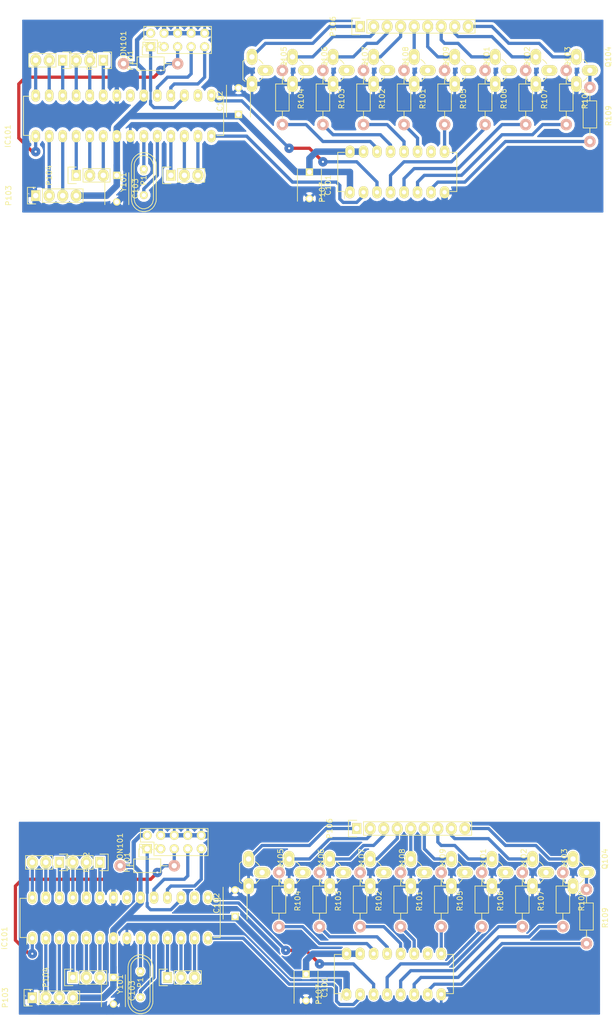
<source format=kicad_pcb>
(kicad_pcb (version 4) (host pcbnew 4.0.2-stable)
  (layers (0 F.Cu signal) (31 B.Cu signal) (34 B.Paste user) (35 F.Paste user) (36 B.SilkS user) (37 F.SilkS user) (38 B.Mask user) (39 F.Mask user) (44 Edge.Cuts user))
  (net 0 "")
  (net 1 +5V)
  (net 2 GND)
  (net 3 "Net-(CON101-Pad1)")
  (net 4 "Net-(CON101-Pad3)")
  (net 5 "Net-(CON101-Pad5)")
  (net 6 "Net-(CON101-Pad7)")
  (net 7 "Net-(CON101-Pad9)")
  (net 8 "Net-(IC101-Pad2)")
  (net 9 "Net-(IC101-Pad3)")
  (net 10 "Net-(IC101-Pad4)")
  (net 11 "Net-(IC101-Pad5)")
  (net 12 "Net-(IC101-Pad6)")
  (net 13 "Net-(IC101-Pad9)")
  (net 14 "Net-(IC101-Pad10)")
  (net 15 "Net-(IC101-Pad11)")
  (net 16 "Net-(IC101-Pad12)")
  (net 17 "Net-(IC101-Pad13)")
  (net 18 "Net-(IC101-Pad14)")
  (net 19 "Net-(IC101-Pad15)")
  (net 20 "Net-(IC101-Pad16)")
  (net 21 "Net-(IC101-Pad21)")
  (net 22 "Net-(IC101-Pad23)")
  (net 23 "Net-(IC101-Pad24)")
  (net 24 "Net-(IC101-Pad25)")
  (net 25 "Net-(IC101-Pad26)")
  (net 26 "Net-(IC101-Pad27)")
  (net 27 "Net-(IC101-Pad28)")
  (net 28 "Net-(P106-Pad1)")
  (net 29 "Net-(P106-Pad2)")
  (net 30 "Net-(P106-Pad3)")
  (net 31 "Net-(P106-Pad4)")
  (net 32 "Net-(P106-Pad5)")
  (net 33 "Net-(P106-Pad6)")
  (net 34 "Net-(P106-Pad7)")
  (net 35 "Net-(P106-Pad8)")
  (net 36 "Net-(P106-Pad9)")
  (net 37 "Net-(P107-Pad4)")
  (net 38 "Net-(P107-Pad5)")
  (net 39 "Net-(P107-Pad6)")
  (net 40 "Net-(P107-Pad7)")
  (net 41 "Net-(P107-Pad9)")
  (net 42 "Net-(P107-Pad10)")
  (net 43 "Net-(P107-Pad11)")
  (net 44 "Net-(P107-Pad12)")
  (net 45 "Net-(P107-Pad13)")
  (net 46 "Net-(P107-Pad14)")
  (net 47 "Net-(Q101-Pad2)")
  (net 48 "Net-(Q102-Pad2)")
  (net 49 "Net-(Q103-Pad2)")
  (net 50 "Net-(Q104-Pad2)")
  (net 51 "Net-(Q105-Pad2)")
  (net 52 "Net-(Q106-Pad2)")
  (net 53 "Net-(Q107-Pad2)")
  (net 54 "Net-(Q108-Pad2)")
  (net 55 "Net-(Q109-Pad2)")
  (module Crystals:Crystal_HC49-U_Vertical (layer F.Cu) (at 34.29 41.91 90)
    (fp_text reference Y101 (at 0 -3.81 90) (layer F.SilkS))
    (fp_text value Crystal)
    (pad 1 thru_hole circle (at -2.44094 0 90) (size 1.50114 1.50114) (drill 0.8001) (layers *.Cu *.Mask F.SilkS) (net 14 "Net-(IC101-Pad10)"))
    (pad 2 thru_hole circle (at 2.44094 0 90) (size 1.50114 1.50114) (drill 0.8001) (layers *.Cu *.Mask F.SilkS) (net 13 "Net-(IC101-Pad9)"))
  )
  (module Resistors_ThroughHole:Resistor_Horizontal_RM10mm (layer F.Cu) (at 30.48 19.685)
    (fp_text reference R110 (at 5.32892 -3.50012) (layer F.SilkS))
    (fp_text value 10K)
    (pad 1 thru_hole circle (at 0 0) (size 2.159 2.159) (drill 1.00076) (layers *.Cu *.SilkS *.Mask) (net 1 +5V))
    (pad 2 thru_hole circle (at 10.16 0) (size 2.159 2.159) (drill 1.00076) (layers *.Cu *.SilkS *.Mask) (net 5 "Net-(CON101-Pad5)"))
  )
  (module Resistors_ThroughHole:Resistor_Horizontal_RM10mm (layer F.Cu) (at 118.11 24.13 270)
    (fp_text reference R109 (at 5.32892 -3.50012 270) (layer F.SilkS))
    (fp_text value 330r)
    (pad 1 thru_hole circle (at 0 0 270) (size 2.159 2.159) (drill 1.00076) (layers *.Cu *.SilkS *.Mask) (net 50 "Net-(Q104-Pad2)"))
    (pad 2 thru_hole circle (at 10.16 0 270) (size 2.159 2.159) (drill 1.00076) (layers *.Cu *.SilkS *.Mask) (net 40 "Net-(P107-Pad7)"))
  )
  (module Resistors_ThroughHole:Resistor_Horizontal_RM10mm (layer F.Cu) (at 113.665 20.955 270)
    (fp_text reference R108 (at 5.32892 -3.50012 270) (layer F.SilkS))
    (fp_text value 330r)
    (pad 1 thru_hole circle (at 0 0 270) (size 2.159 2.159) (drill 1.00076) (layers *.Cu *.SilkS *.Mask) (net 49 "Net-(Q103-Pad2)"))
    (pad 2 thru_hole circle (at 10.16 0 270) (size 2.159 2.159) (drill 1.00076) (layers *.Cu *.SilkS *.Mask) (net 39 "Net-(P107-Pad6)"))
  )
  (module Resistors_ThroughHole:Resistor_Horizontal_RM10mm (layer F.Cu) (at 106.045 20.955 270)
    (fp_text reference R107 (at 5.32892 -3.50012 270) (layer F.SilkS))
    (fp_text value 330r)
    (pad 1 thru_hole circle (at 0 0 270) (size 2.159 2.159) (drill 1.00076) (layers *.Cu *.SilkS *.Mask) (net 48 "Net-(Q102-Pad2)"))
    (pad 2 thru_hole circle (at 10.16 0 270) (size 2.159 2.159) (drill 1.00076) (layers *.Cu *.SilkS *.Mask) (net 38 "Net-(P107-Pad5)"))
  )
  (module Resistors_ThroughHole:Resistor_Horizontal_RM10mm (layer F.Cu) (at 98.425 20.955 270)
    (fp_text reference R106 (at 5.32892 -3.50012 270) (layer F.SilkS))
    (fp_text value 330r)
    (pad 1 thru_hole circle (at 0 0 270) (size 2.159 2.159) (drill 1.00076) (layers *.Cu *.SilkS *.Mask) (net 47 "Net-(Q101-Pad2)"))
    (pad 2 thru_hole circle (at 10.16 0 270) (size 2.159 2.159) (drill 1.00076) (layers *.Cu *.SilkS *.Mask) (net 37 "Net-(P107-Pad4)"))
  )
  (module Resistors_ThroughHole:Resistor_Horizontal_RM10mm (layer F.Cu) (at 90.805 20.955 270)
    (fp_text reference R105 (at 5.32892 -3.50012 270) (layer F.SilkS))
    (fp_text value 330r)
    (pad 1 thru_hole circle (at 0 0 270) (size 2.159 2.159) (drill 1.00076) (layers *.Cu *.SilkS *.Mask) (net 55 "Net-(Q109-Pad2)"))
    (pad 2 thru_hole circle (at 10.16 0 270) (size 2.159 2.159) (drill 1.00076) (layers *.Cu *.SilkS *.Mask) (net 41 "Net-(P107-Pad9)"))
  )
  (module Resistors_ThroughHole:Resistor_Horizontal_RM10mm (layer F.Cu) (at 60.325 20.955 270)
    (fp_text reference R104 (at 5.32892 -3.50012 270) (layer F.SilkS))
    (fp_text value 330r)
    (pad 1 thru_hole circle (at 0 0 270) (size 2.159 2.159) (drill 1.00076) (layers *.Cu *.SilkS *.Mask) (net 51 "Net-(Q105-Pad2)"))
    (pad 2 thru_hole circle (at 10.16 0 270) (size 2.159 2.159) (drill 1.00076) (layers *.Cu *.SilkS *.Mask) (net 46 "Net-(P107-Pad14)"))
  )
  (module Resistors_ThroughHole:Resistor_Horizontal_RM10mm (layer F.Cu) (at 67.945 20.955 270)
    (fp_text reference R103 (at 5.32892 -3.50012 270) (layer F.SilkS))
    (fp_text value 330r)
    (pad 1 thru_hole circle (at 0 0 270) (size 2.159 2.159) (drill 1.00076) (layers *.Cu *.SilkS *.Mask) (net 52 "Net-(Q106-Pad2)"))
    (pad 2 thru_hole circle (at 10.16 0 270) (size 2.159 2.159) (drill 1.00076) (layers *.Cu *.SilkS *.Mask) (net 45 "Net-(P107-Pad13)"))
  )
  (module Resistors_ThroughHole:Resistor_Horizontal_RM10mm (layer F.Cu) (at 75.565 20.955 270)
    (fp_text reference R102 (at 5.32892 -3.50012 270) (layer F.SilkS))
    (fp_text value 330r)
    (pad 1 thru_hole circle (at 0 0 270) (size 2.159 2.159) (drill 1.00076) (layers *.Cu *.SilkS *.Mask) (net 53 "Net-(Q107-Pad2)"))
    (pad 2 thru_hole circle (at 10.16 0 270) (size 2.159 2.159) (drill 1.00076) (layers *.Cu *.SilkS *.Mask) (net 44 "Net-(P107-Pad12)"))
  )
  (module Resistors_ThroughHole:Resistor_Horizontal_RM10mm (layer F.Cu) (at 83.185 20.955 270)
    (fp_text reference R101 (at 5.32892 -3.50012 270) (layer F.SilkS))
    (fp_text value 330r)
    (pad 1 thru_hole circle (at 0 0 270) (size 2.159 2.159) (drill 1.00076) (layers *.Cu *.SilkS *.Mask) (net 54 "Net-(Q108-Pad2)"))
    (pad 2 thru_hole circle (at 10.16 0 270) (size 2.159 2.159) (drill 1.00076) (layers *.Cu *.SilkS *.Mask) (net 43 "Net-(P107-Pad11)"))
  )
  (module TO_SOT_Packages_THT:TO-92_Rugged (layer F.Cu) (at 85.09 18.415 270)
    (fp_text reference Q109 (at 0 -6 270) (layer F.SilkS))
    (fp_text value Q_NPN_CBE)
    (pad 2 thru_hole oval (at 2.54 -2.54) (size 2.99974 1.99898) (drill 1) (layers *.Cu *.Mask F.SilkS) (net 55 "Net-(Q109-Pad2)"))
    (pad 1 thru_hole oval (at 0 0) (size 1.99898 2.99974) (drill 1) (layers *.Cu *.Mask F.SilkS) (net 32 "Net-(P106-Pad5)"))
    (pad 3 thru_hole oval (at 5.08 0) (size 1.99898 2.99974) (drill 1) (layers *.Cu *.Mask F.SilkS) (net 2 GND))
  )
  (module TO_SOT_Packages_THT:TO-92_Rugged (layer F.Cu) (at 77.47 18.415 270)
    (fp_text reference Q108 (at 0 -6 270) (layer F.SilkS))
    (fp_text value Q_NPN_CBE)
    (pad 2 thru_hole oval (at 2.54 -2.54) (size 2.99974 1.99898) (drill 1) (layers *.Cu *.Mask F.SilkS) (net 54 "Net-(Q108-Pad2)"))
    (pad 1 thru_hole oval (at 0 0) (size 1.99898 2.99974) (drill 1) (layers *.Cu *.Mask F.SilkS) (net 31 "Net-(P106-Pad4)"))
    (pad 3 thru_hole oval (at 5.08 0) (size 1.99898 2.99974) (drill 1) (layers *.Cu *.Mask F.SilkS) (net 2 GND))
  )
  (module TO_SOT_Packages_THT:TO-92_Rugged (layer F.Cu) (at 69.85 18.415 270)
    (fp_text reference Q107 (at 0 -6 270) (layer F.SilkS))
    (fp_text value Q_NPN_CBE)
    (pad 2 thru_hole oval (at 2.54 -2.54) (size 2.99974 1.99898) (drill 1) (layers *.Cu *.Mask F.SilkS) (net 53 "Net-(Q107-Pad2)"))
    (pad 1 thru_hole oval (at 0 0) (size 1.99898 2.99974) (drill 1) (layers *.Cu *.Mask F.SilkS) (net 30 "Net-(P106-Pad3)"))
    (pad 3 thru_hole oval (at 5.08 0) (size 1.99898 2.99974) (drill 1) (layers *.Cu *.Mask F.SilkS) (net 2 GND))
  )
  (module TO_SOT_Packages_THT:TO-92_Rugged (layer F.Cu) (at 62.23 18.415 270)
    (fp_text reference Q106 (at 0 -6 270) (layer F.SilkS))
    (fp_text value Q_NPN_CBE)
    (pad 2 thru_hole oval (at 2.54 -2.54) (size 2.99974 1.99898) (drill 1) (layers *.Cu *.Mask F.SilkS) (net 52 "Net-(Q106-Pad2)"))
    (pad 1 thru_hole oval (at 0 0) (size 1.99898 2.99974) (drill 1) (layers *.Cu *.Mask F.SilkS) (net 29 "Net-(P106-Pad2)"))
    (pad 3 thru_hole oval (at 5.08 0) (size 1.99898 2.99974) (drill 1) (layers *.Cu *.Mask F.SilkS) (net 2 GND))
  )
  (module TO_SOT_Packages_THT:TO-92_Rugged (layer F.Cu) (at 54.61 18.415 270)
    (fp_text reference Q105 (at 0 -6 270) (layer F.SilkS))
    (fp_text value Q_NPN_CBE)
    (pad 2 thru_hole oval (at 2.54 -2.54) (size 2.99974 1.99898) (drill 1) (layers *.Cu *.Mask F.SilkS) (net 51 "Net-(Q105-Pad2)"))
    (pad 1 thru_hole oval (at 0 0) (size 1.99898 2.99974) (drill 1) (layers *.Cu *.Mask F.SilkS) (net 28 "Net-(P106-Pad1)"))
    (pad 3 thru_hole oval (at 5.08 0) (size 1.99898 2.99974) (drill 1) (layers *.Cu *.Mask F.SilkS) (net 2 GND))
  )
  (module TO_SOT_Packages_THT:TO-92_Rugged (layer F.Cu) (at 115.57 18.415 270)
    (fp_text reference Q104 (at 0 -6 270) (layer F.SilkS))
    (fp_text value Q_NPN_CBE)
    (pad 2 thru_hole oval (at 2.54 -2.54) (size 2.99974 1.99898) (drill 1) (layers *.Cu *.Mask F.SilkS) (net 50 "Net-(Q104-Pad2)"))
    (pad 1 thru_hole oval (at 0 0) (size 1.99898 2.99974) (drill 1) (layers *.Cu *.Mask F.SilkS) (net 36 "Net-(P106-Pad9)"))
    (pad 3 thru_hole oval (at 5.08 0) (size 1.99898 2.99974) (drill 1) (layers *.Cu *.Mask F.SilkS) (net 2 GND))
  )
  (module TO_SOT_Packages_THT:TO-92_Rugged (layer F.Cu) (at 107.95 18.415 270)
    (fp_text reference Q103 (at 0 -6 270) (layer F.SilkS))
    (fp_text value Q_NPN_CBE)
    (pad 2 thru_hole oval (at 2.54 -2.54) (size 2.99974 1.99898) (drill 1) (layers *.Cu *.Mask F.SilkS) (net 49 "Net-(Q103-Pad2)"))
    (pad 1 thru_hole oval (at 0 0) (size 1.99898 2.99974) (drill 1) (layers *.Cu *.Mask F.SilkS) (net 35 "Net-(P106-Pad8)"))
    (pad 3 thru_hole oval (at 5.08 0) (size 1.99898 2.99974) (drill 1) (layers *.Cu *.Mask F.SilkS) (net 2 GND))
  )
  (module TO_SOT_Packages_THT:TO-92_Rugged (layer F.Cu) (at 100.33 18.415 270)
    (fp_text reference Q102 (at 0 -6 270) (layer F.SilkS))
    (fp_text value Q_NPN_CBE)
    (pad 2 thru_hole oval (at 2.54 -2.54) (size 2.99974 1.99898) (drill 1) (layers *.Cu *.Mask F.SilkS) (net 48 "Net-(Q102-Pad2)"))
    (pad 1 thru_hole oval (at 0 0) (size 1.99898 2.99974) (drill 1) (layers *.Cu *.Mask F.SilkS) (net 34 "Net-(P106-Pad7)"))
    (pad 3 thru_hole oval (at 5.08 0) (size 1.99898 2.99974) (drill 1) (layers *.Cu *.Mask F.SilkS) (net 2 GND))
  )
  (module TO_SOT_Packages_THT:TO-92_Rugged (layer F.Cu) (at 92.71 18.415 270)
    (fp_text reference Q101 (at 0 -6 270) (layer F.SilkS))
    (fp_text value Q_NPN_CBE)
    (pad 2 thru_hole oval (at 2.54 -2.54) (size 2.99974 1.99898) (drill 1) (layers *.Cu *.Mask F.SilkS) (net 47 "Net-(Q101-Pad2)"))
    (pad 1 thru_hole oval (at 0 0) (size 1.99898 2.99974) (drill 1) (layers *.Cu *.Mask F.SilkS) (net 33 "Net-(P106-Pad6)"))
    (pad 3 thru_hole oval (at 5.08 0) (size 1.99898 2.99974) (drill 1) (layers *.Cu *.Mask F.SilkS) (net 2 GND))
  )
  (module Housings_DIP:DIP-16_W7.62mm_LongPads (layer F.Cu) (at 73.025 43.815 90)
    (fp_text reference P107 (at 0 -5.22 90) (layer F.SilkS))
    (fp_text value 4094)
    (pad 1 thru_hole oval (at 0 0 90) (size 2.286 1.778) (drill 0.8) (layers *.Cu *.Mask F.SilkS) (net 1 +5V))
    (pad 2 thru_hole oval (at 0 2.54 90) (size 2.286 1.778) (drill 0.8) (layers *.Cu *.Mask F.SilkS) (net 18 "Net-(IC101-Pad14)"))
    (pad 3 thru_hole oval (at 0 5.08 90) (size 2.286 1.778) (drill 0.8) (layers *.Cu *.Mask F.SilkS) (net 19 "Net-(IC101-Pad15)"))
    (pad 4 thru_hole oval (at 0 7.62 90) (size 2.286 1.778) (drill 0.8) (layers *.Cu *.Mask F.SilkS) (net 37 "Net-(P107-Pad4)"))
    (pad 5 thru_hole oval (at 0 10.16 90) (size 2.286 1.778) (drill 0.8) (layers *.Cu *.Mask F.SilkS) (net 38 "Net-(P107-Pad5)"))
    (pad 6 thru_hole oval (at 0 12.7 90) (size 2.286 1.778) (drill 0.8) (layers *.Cu *.Mask F.SilkS) (net 39 "Net-(P107-Pad6)"))
    (pad 7 thru_hole oval (at 0 15.24 90) (size 2.286 1.778) (drill 0.8) (layers *.Cu *.Mask F.SilkS) (net 40 "Net-(P107-Pad7)"))
    (pad 8 thru_hole oval (at 0 17.78 90) (size 2.286 1.778) (drill 0.8) (layers *.Cu *.Mask F.SilkS) (net 2 GND))
    (pad 9 thru_hole oval (at 7.62 17.78 90) (size 2.286 1.778) (drill 0.8) (layers *.Cu *.Mask F.SilkS) (net 41 "Net-(P107-Pad9)"))
    (pad 10 thru_hole oval (at 7.62 15.24 90) (size 2.286 1.778) (drill 0.8) (layers *.Cu *.Mask F.SilkS) (net 42 "Net-(P107-Pad10)"))
    (pad 11 thru_hole oval (at 7.62 12.7 90) (size 2.286 1.778) (drill 0.8) (layers *.Cu *.Mask F.SilkS) (net 43 "Net-(P107-Pad11)"))
    (pad 12 thru_hole oval (at 7.62 10.16 90) (size 2.286 1.778) (drill 0.8) (layers *.Cu *.Mask F.SilkS) (net 44 "Net-(P107-Pad12)"))
    (pad 13 thru_hole oval (at 7.62 7.62 90) (size 2.286 1.778) (drill 0.8) (layers *.Cu *.Mask F.SilkS) (net 45 "Net-(P107-Pad13)"))
    (pad 14 thru_hole oval (at 7.62 5.08 90) (size 2.286 1.778) (drill 0.8) (layers *.Cu *.Mask F.SilkS) (net 46 "Net-(P107-Pad14)"))
    (pad 15 thru_hole oval (at 7.62 2.54 90) (size 2.286 1.778) (drill 0.8) (layers *.Cu *.Mask F.SilkS) (net 1 +5V))
    (pad 16 thru_hole oval (at 7.62 0 90) (size 2.286 1.778) (drill 0.8) (layers *.Cu *.Mask F.SilkS) (net 1 +5V))
  )
  (module Pin_Headers:Pin_Header_Straight_1x09 (layer F.Cu) (at 74.93 12.7 90)
    (fp_text reference P106 (at 0 -5.1 90) (layer F.SilkS))
    (fp_text value CONN_01X09)
    (pad 1 thru_hole rect (at 0 0 90) (size 2.032 1.7272) (drill 1.016) (layers *.Cu *.Mask F.SilkS) (net 28 "Net-(P106-Pad1)"))
    (pad 2 thru_hole oval (at 0 2.54 90) (size 2.286 2.032) (drill 1.016) (layers *.Cu *.Mask F.SilkS) (net 29 "Net-(P106-Pad2)"))
    (pad 3 thru_hole oval (at 0 5.08 90) (size 2.286 2.032) (drill 1.016) (layers *.Cu *.Mask F.SilkS) (net 30 "Net-(P106-Pad3)"))
    (pad 4 thru_hole oval (at 0 7.62 90) (size 2.286 2.032) (drill 1.016) (layers *.Cu *.Mask F.SilkS) (net 31 "Net-(P106-Pad4)"))
    (pad 5 thru_hole oval (at 0 10.16 90) (size 2.286 2.032) (drill 1.016) (layers *.Cu *.Mask F.SilkS) (net 32 "Net-(P106-Pad5)"))
    (pad 6 thru_hole oval (at 0 12.7 90) (size 2.286 2.032) (drill 1.016) (layers *.Cu *.Mask F.SilkS) (net 33 "Net-(P106-Pad6)"))
    (pad 7 thru_hole oval (at 0 15.24 90) (size 2.286 2.032) (drill 1.016) (layers *.Cu *.Mask F.SilkS) (net 34 "Net-(P106-Pad7)"))
    (pad 8 thru_hole oval (at 0 17.78 90) (size 2.286 2.032) (drill 1.016) (layers *.Cu *.Mask F.SilkS) (net 35 "Net-(P106-Pad8)"))
    (pad 9 thru_hole oval (at 0 20.32 90) (size 2.286 2.032) (drill 1.016) (layers *.Cu *.Mask F.SilkS) (net 36 "Net-(P106-Pad9)"))
  )
  (module Pin_Headers:Pin_Header_Straight_1x03 (layer F.Cu) (at 39.37 40.64 90)
    (fp_text reference P105 (at 0 -5.1 90) (layer F.SilkS))
    (fp_text value CONN_01X03)
    (pad 1 thru_hole rect (at 0 0 90) (size 2.032 1.7272) (drill 1.016) (layers *.Cu *.Mask F.SilkS) (net 15 "Net-(IC101-Pad11)"))
    (pad 2 thru_hole oval (at 0 2.54 90) (size 2.286 2.032) (drill 1.016) (layers *.Cu *.Mask F.SilkS) (net 16 "Net-(IC101-Pad12)"))
    (pad 3 thru_hole oval (at 0 5.08 90) (size 2.286 2.032) (drill 1.016) (layers *.Cu *.Mask F.SilkS) (net 17 "Net-(IC101-Pad13)"))
  )
  (module Pin_Headers:Pin_Header_Straight_1x03 (layer F.Cu) (at 21.59 40.64 90)
    (fp_text reference P104 (at 0 -5.1 90) (layer F.SilkS))
    (fp_text value CONN_01X03)
    (pad 1 thru_hole rect (at 0 0 90) (size 2.032 1.7272) (drill 1.016) (layers *.Cu *.Mask F.SilkS) (net 10 "Net-(IC101-Pad4)"))
    (pad 2 thru_hole oval (at 0 2.54 90) (size 2.286 2.032) (drill 1.016) (layers *.Cu *.Mask F.SilkS) (net 11 "Net-(IC101-Pad5)"))
    (pad 3 thru_hole oval (at 0 5.08 90) (size 2.286 2.032) (drill 1.016) (layers *.Cu *.Mask F.SilkS) (net 12 "Net-(IC101-Pad6)"))
  )
  (module Pin_Headers:Pin_Header_Straight_1x04 (layer F.Cu) (at 13.97 44.45 90)
    (fp_text reference P103 (at 0 -5.1 90) (layer F.SilkS))
    (fp_text value CONN_01X04)
    (pad 1 thru_hole rect (at 0 0 90) (size 2.032 1.7272) (drill 1.016) (layers *.Cu *.Mask F.SilkS) (net 2 GND))
    (pad 2 thru_hole oval (at 0 2.54 90) (size 2.286 2.032) (drill 1.016) (layers *.Cu *.Mask F.SilkS) (net 8 "Net-(IC101-Pad2)"))
    (pad 3 thru_hole oval (at 0 5.08 90) (size 2.286 2.032) (drill 1.016) (layers *.Cu *.Mask F.SilkS) (net 9 "Net-(IC101-Pad3)"))
    (pad 4 thru_hole oval (at 0 7.62 90) (size 2.286 2.032) (drill 1.016) (layers *.Cu *.Mask F.SilkS) (net 1 +5V))
  )
  (module Pin_Headers:Pin_Header_Straight_1x03 (layer F.Cu) (at 19.05 19.05 270)
    (fp_text reference P102 (at 0 -5.1 270) (layer F.SilkS))
    (fp_text value CONN_01X03)
    (pad 1 thru_hole rect (at 0 0 270) (size 2.032 1.7272) (drill 1.016) (layers *.Cu *.Mask F.SilkS) (net 25 "Net-(IC101-Pad26)"))
    (pad 2 thru_hole oval (at 0 2.54 270) (size 2.286 2.032) (drill 1.016) (layers *.Cu *.Mask F.SilkS) (net 26 "Net-(IC101-Pad27)"))
    (pad 3 thru_hole oval (at 0 5.08 270) (size 2.286 2.032) (drill 1.016) (layers *.Cu *.Mask F.SilkS) (net 27 "Net-(IC101-Pad28)"))
  )
  (module Pin_Headers:Pin_Header_Straight_1x03 (layer F.Cu) (at 26.67 19.05 270)
    (fp_text reference P101 (at 0 -5.1 270) (layer F.SilkS))
    (fp_text value CONN_01X03)
    (pad 1 thru_hole rect (at 0 0 270) (size 2.032 1.7272) (drill 1.016) (layers *.Cu *.Mask F.SilkS) (net 22 "Net-(IC101-Pad23)"))
    (pad 2 thru_hole oval (at 0 2.54 270) (size 2.286 2.032) (drill 1.016) (layers *.Cu *.Mask F.SilkS) (net 23 "Net-(IC101-Pad24)"))
    (pad 3 thru_hole oval (at 0 5.08 270) (size 2.286 2.032) (drill 1.016) (layers *.Cu *.Mask F.SilkS) (net 24 "Net-(IC101-Pad25)"))
  )
  (module Housings_DIP:DIP-28_W7.62mm_LongPads (layer F.Cu) (at 13.965 33.285476 90)
    (fp_text reference IC101 (at 0 -5.22 90) (layer F.SilkS))
    (fp_text value ATMEGA328P-P)
    (pad 1 thru_hole oval (at 0 0 90) (size 2.3 1.6) (drill 0.8) (layers *.Cu *.Mask F.SilkS) (net 5 "Net-(CON101-Pad5)"))
    (pad 2 thru_hole oval (at 0 2.54 90) (size 2.3 1.6) (drill 0.8) (layers *.Cu *.Mask F.SilkS) (net 8 "Net-(IC101-Pad2)"))
    (pad 3 thru_hole oval (at 0 5.08 90) (size 2.3 1.6) (drill 0.8) (layers *.Cu *.Mask F.SilkS) (net 9 "Net-(IC101-Pad3)"))
    (pad 4 thru_hole oval (at 0 7.62 90) (size 2.3 1.6) (drill 0.8) (layers *.Cu *.Mask F.SilkS) (net 10 "Net-(IC101-Pad4)"))
    (pad 5 thru_hole oval (at 0 10.16 90) (size 2.3 1.6) (drill 0.8) (layers *.Cu *.Mask F.SilkS) (net 11 "Net-(IC101-Pad5)"))
    (pad 6 thru_hole oval (at 0 12.7 90) (size 2.3 1.6) (drill 0.8) (layers *.Cu *.Mask F.SilkS) (net 12 "Net-(IC101-Pad6)"))
    (pad 7 thru_hole oval (at 0 15.24 90) (size 2.3 1.6) (drill 0.8) (layers *.Cu *.Mask F.SilkS) (net 1 +5V))
    (pad 8 thru_hole oval (at 0 17.78 90) (size 2.3 1.6) (drill 0.8) (layers *.Cu *.Mask F.SilkS) (net 2 GND))
    (pad 9 thru_hole oval (at 0 20.32 90) (size 2.3 1.6) (drill 0.8) (layers *.Cu *.Mask F.SilkS) (net 13 "Net-(IC101-Pad9)"))
    (pad 10 thru_hole oval (at 0 22.86 90) (size 2.3 1.6) (drill 0.8) (layers *.Cu *.Mask F.SilkS) (net 14 "Net-(IC101-Pad10)"))
    (pad 11 thru_hole oval (at 0 25.4 90) (size 2.3 1.6) (drill 0.8) (layers *.Cu *.Mask F.SilkS) (net 15 "Net-(IC101-Pad11)"))
    (pad 12 thru_hole oval (at 0 27.94 90) (size 2.3 1.6) (drill 0.8) (layers *.Cu *.Mask F.SilkS) (net 16 "Net-(IC101-Pad12)"))
    (pad 13 thru_hole oval (at 0 30.48 90) (size 2.3 1.6) (drill 0.8) (layers *.Cu *.Mask F.SilkS) (net 17 "Net-(IC101-Pad13)"))
    (pad 14 thru_hole oval (at 0 33.02 90) (size 2.3 1.6) (drill 0.8) (layers *.Cu *.Mask F.SilkS) (net 18 "Net-(IC101-Pad14)"))
    (pad 15 thru_hole oval (at 7.62 33.02 90) (size 2.3 1.6) (drill 0.8) (layers *.Cu *.Mask F.SilkS) (net 19 "Net-(IC101-Pad15)"))
    (pad 16 thru_hole oval (at 7.62 30.48 90) (size 2.3 1.6) (drill 0.8) (layers *.Cu *.Mask F.SilkS) (net 20 "Net-(IC101-Pad16)"))
    (pad 17 thru_hole oval (at 7.62 27.94 90) (size 2.3 1.6) (drill 0.8) (layers *.Cu *.Mask F.SilkS) (net 3 "Net-(CON101-Pad1)"))
    (pad 18 thru_hole oval (at 7.62 25.4 90) (size 2.3 1.6) (drill 0.8) (layers *.Cu *.Mask F.SilkS) (net 7 "Net-(CON101-Pad9)"))
    (pad 19 thru_hole oval (at 7.62 22.86 90) (size 2.3 1.6) (drill 0.8) (layers *.Cu *.Mask F.SilkS) (net 6 "Net-(CON101-Pad7)"))
    (pad 20 thru_hole oval (at 7.62 20.32 90) (size 2.3 1.6) (drill 0.8) (layers *.Cu *.Mask F.SilkS) (net 1 +5V))
    (pad 21 thru_hole oval (at 7.62 17.78 90) (size 2.3 1.6) (drill 0.8) (layers *.Cu *.Mask F.SilkS) (net 21 "Net-(IC101-Pad21)"))
    (pad 22 thru_hole oval (at 7.62 15.24 90) (size 2.3 1.6) (drill 0.8) (layers *.Cu *.Mask F.SilkS) (net 2 GND))
    (pad 23 thru_hole oval (at 7.62 12.7 90) (size 2.3 1.6) (drill 0.8) (layers *.Cu *.Mask F.SilkS) (net 22 "Net-(IC101-Pad23)"))
    (pad 24 thru_hole oval (at 7.62 10.16 90) (size 2.3 1.6) (drill 0.8) (layers *.Cu *.Mask F.SilkS) (net 23 "Net-(IC101-Pad24)"))
    (pad 25 thru_hole oval (at 7.62 7.62 90) (size 2.3 1.6) (drill 0.8) (layers *.Cu *.Mask F.SilkS) (net 24 "Net-(IC101-Pad25)"))
    (pad 26 thru_hole oval (at 7.62 5.08 90) (size 2.3 1.6) (drill 0.8) (layers *.Cu *.Mask F.SilkS) (net 25 "Net-(IC101-Pad26)"))
    (pad 27 thru_hole oval (at 7.62 2.54 90) (size 2.3 1.6) (drill 0.8) (layers *.Cu *.Mask F.SilkS) (net 26 "Net-(IC101-Pad27)"))
    (pad 28 thru_hole oval (at 7.62 0 90) (size 2.3 1.6) (drill 0.8) (layers *.Cu *.Mask F.SilkS) (net 27 "Net-(IC101-Pad28)"))
  )
  (module Pin_Headers:Pin_Header_Straight_2x05 (layer F.Cu) (at 35.56 16.51 90)
    (fp_text reference CON101 (at 0 -5.1 90) (layer F.SilkS))
    (fp_text value AVR-ISP-10)
    (pad 1 thru_hole rect (at 0 0 90) (size 1.7272 1.7272) (drill 1.016) (layers *.Cu *.Mask F.SilkS) (net 3 "Net-(CON101-Pad1)"))
    (pad 2 thru_hole oval (at 2.54 0 90) (size 1.7272 1.7272) (drill 1.016) (layers *.Cu *.Mask F.SilkS) (net 1 +5V))
    (pad 3 thru_hole oval (at 0 2.54 90) (size 1.7272 1.7272) (drill 1.016) (layers *.Cu *.Mask F.SilkS) (net 4 "Net-(CON101-Pad3)"))
    (pad 4 thru_hole oval (at 2.54 2.54 90) (size 1.7272 1.7272) (drill 1.016) (layers *.Cu *.Mask F.SilkS) (net 2 GND))
    (pad 5 thru_hole oval (at 0 5.08 90) (size 1.7272 1.7272) (drill 1.016) (layers *.Cu *.Mask F.SilkS) (net 5 "Net-(CON101-Pad5)"))
    (pad 6 thru_hole oval (at 2.54 5.08 90) (size 1.7272 1.7272) (drill 1.016) (layers *.Cu *.Mask F.SilkS) (net 2 GND))
    (pad 7 thru_hole oval (at 0 7.62 90) (size 1.7272 1.7272) (drill 1.016) (layers *.Cu *.Mask F.SilkS) (net 6 "Net-(CON101-Pad7)"))
    (pad 8 thru_hole oval (at 2.54 7.62 90) (size 1.7272 1.7272) (drill 1.016) (layers *.Cu *.Mask F.SilkS) (net 2 GND))
    (pad 9 thru_hole oval (at 0 10.16 90) (size 1.7272 1.7272) (drill 1.016) (layers *.Cu *.Mask F.SilkS) (net 7 "Net-(CON101-Pad9)"))
    (pad 10 thru_hole oval (at 2.54 10.16 90) (size 1.7272 1.7272) (drill 1.016) (layers *.Cu *.Mask F.SilkS) (net 2 GND))
  )
  (module Capacitors_ThroughHole:C_Disc_D6_P5 (layer F.Cu) (at 29.21 40.64 270)
    (fp_text reference C103 (at 2.5 -3.5 270) (layer F.SilkS))
    (fp_text value 100n)
    (pad 1 thru_hole rect (at 0 0 270) (size 1.4 1.4) (drill 0.9) (layers *.Cu *.Mask F.SilkS) (net 1 +5V))
    (pad 2 thru_hole circle (at 5 0 270) (size 1.4 1.4) (drill 0.9) (layers *.Cu *.Mask F.SilkS) (net 2 GND))
  )
  (module Capacitors_ThroughHole:C_Disc_D6_P5 (layer F.Cu) (at 52.07 29.21 90)
    (fp_text reference C102 (at 2.5 -3.5 90) (layer F.SilkS))
    (fp_text value 100n)
    (pad 1 thru_hole rect (at 0 0 90) (size 1.4 1.4) (drill 0.9) (layers *.Cu *.Mask F.SilkS) (net 1 +5V))
    (pad 2 thru_hole circle (at 5 0 90) (size 1.4 1.4) (drill 0.9) (layers *.Cu *.Mask F.SilkS) (net 2 GND))
  )
  (module Capacitors_ThroughHole:C_Disc_D6_P5 (layer F.Cu) (at 65.405 40.005 270)
    (fp_text reference C101 (at 2.5 -3.5 270) (layer F.SilkS))
    (fp_text value 100n)
    (pad 1 thru_hole rect (at 0 0 270) (size 1.4 1.4) (drill 0.9) (layers *.Cu *.Mask F.SilkS) (net 1 +5V))
    (pad 2 thru_hole circle (at 5 0 270) (size 1.4 1.4) (drill 0.9) (layers *.Cu *.Mask F.SilkS) (net 2 GND))
  )
  (module Capacitors_ThroughHole:C_Disc_D6_P5 (layer F.Cu) (at 64.77 190.5 270)
    (fp_text reference C101 (at 2.5 -3.5 270) (layer F.SilkS))
    (fp_text value 100n)
    (pad 1 thru_hole rect (at 0 0 270) (size 1.4 1.4) (drill 0.9) (layers *.Cu *.Mask F.SilkS) (net 1 +5V))
    (pad 2 thru_hole circle (at 5 0 270) (size 1.4 1.4) (drill 0.9) (layers *.Cu *.Mask F.SilkS) (net 2 GND))
  )
  (module Capacitors_ThroughHole:C_Disc_D6_P5 (layer F.Cu) (at 51.435 179.705 90)
    (fp_text reference C102 (at 2.5 -3.5 90) (layer F.SilkS))
    (fp_text value 100n)
    (pad 1 thru_hole rect (at 0 0 90) (size 1.4 1.4) (drill 0.9) (layers *.Cu *.Mask F.SilkS) (net 1 +5V))
    (pad 2 thru_hole circle (at 5 0 90) (size 1.4 1.4) (drill 0.9) (layers *.Cu *.Mask F.SilkS) (net 2 GND))
  )
  (module Capacitors_ThroughHole:C_Disc_D6_P5 (layer F.Cu) (at 28.575 191.135 270)
    (fp_text reference C103 (at 2.5 -3.5 270) (layer F.SilkS))
    (fp_text value 100n)
    (pad 1 thru_hole rect (at 0 0 270) (size 1.4 1.4) (drill 0.9) (layers *.Cu *.Mask F.SilkS) (net 1 +5V))
    (pad 2 thru_hole circle (at 5 0 270) (size 1.4 1.4) (drill 0.9) (layers *.Cu *.Mask F.SilkS) (net 2 GND))
  )
  (module Pin_Headers:Pin_Header_Straight_2x05 (layer F.Cu) (at 34.925 167.005 90)
    (fp_text reference CON101 (at 0 -5.1 90) (layer F.SilkS))
    (fp_text value AVR-ISP-10)
    (pad 1 thru_hole rect (at 0 0 90) (size 1.7272 1.7272) (drill 1.016) (layers *.Cu *.Mask F.SilkS) (net 3 "Net-(CON101-Pad1)"))
    (pad 2 thru_hole oval (at 2.54 0 90) (size 1.7272 1.7272) (drill 1.016) (layers *.Cu *.Mask F.SilkS) (net 1 +5V))
    (pad 3 thru_hole oval (at 0 2.54 90) (size 1.7272 1.7272) (drill 1.016) (layers *.Cu *.Mask F.SilkS) (net 4 "Net-(CON101-Pad3)"))
    (pad 4 thru_hole oval (at 2.54 2.54 90) (size 1.7272 1.7272) (drill 1.016) (layers *.Cu *.Mask F.SilkS) (net 2 GND))
    (pad 5 thru_hole oval (at 0 5.08 90) (size 1.7272 1.7272) (drill 1.016) (layers *.Cu *.Mask F.SilkS) (net 5 "Net-(CON101-Pad5)"))
    (pad 6 thru_hole oval (at 2.54 5.08 90) (size 1.7272 1.7272) (drill 1.016) (layers *.Cu *.Mask F.SilkS) (net 2 GND))
    (pad 7 thru_hole oval (at 0 7.62 90) (size 1.7272 1.7272) (drill 1.016) (layers *.Cu *.Mask F.SilkS) (net 6 "Net-(CON101-Pad7)"))
    (pad 8 thru_hole oval (at 2.54 7.62 90) (size 1.7272 1.7272) (drill 1.016) (layers *.Cu *.Mask F.SilkS) (net 2 GND))
    (pad 9 thru_hole oval (at 0 10.16 90) (size 1.7272 1.7272) (drill 1.016) (layers *.Cu *.Mask F.SilkS) (net 7 "Net-(CON101-Pad9)"))
    (pad 10 thru_hole oval (at 2.54 10.16 90) (size 1.7272 1.7272) (drill 1.016) (layers *.Cu *.Mask F.SilkS) (net 2 GND))
  )
  (module Housings_DIP:DIP-28_W7.62mm_LongPads (layer F.Cu) (at 13.33 183.780476 90)
    (fp_text reference IC101 (at 0 -5.22 90) (layer F.SilkS))
    (fp_text value ATMEGA328P-P)
    (pad 1 thru_hole oval (at 0 0 90) (size 2.3 1.6) (drill 0.8) (layers *.Cu *.Mask F.SilkS) (net 5 "Net-(CON101-Pad5)"))
    (pad 2 thru_hole oval (at 0 2.54 90) (size 2.3 1.6) (drill 0.8) (layers *.Cu *.Mask F.SilkS) (net 8 "Net-(IC101-Pad2)"))
    (pad 3 thru_hole oval (at 0 5.08 90) (size 2.3 1.6) (drill 0.8) (layers *.Cu *.Mask F.SilkS) (net 9 "Net-(IC101-Pad3)"))
    (pad 4 thru_hole oval (at 0 7.62 90) (size 2.3 1.6) (drill 0.8) (layers *.Cu *.Mask F.SilkS) (net 10 "Net-(IC101-Pad4)"))
    (pad 5 thru_hole oval (at 0 10.16 90) (size 2.3 1.6) (drill 0.8) (layers *.Cu *.Mask F.SilkS) (net 11 "Net-(IC101-Pad5)"))
    (pad 6 thru_hole oval (at 0 12.7 90) (size 2.3 1.6) (drill 0.8) (layers *.Cu *.Mask F.SilkS) (net 12 "Net-(IC101-Pad6)"))
    (pad 7 thru_hole oval (at 0 15.24 90) (size 2.3 1.6) (drill 0.8) (layers *.Cu *.Mask F.SilkS) (net 1 +5V))
    (pad 8 thru_hole oval (at 0 17.78 90) (size 2.3 1.6) (drill 0.8) (layers *.Cu *.Mask F.SilkS) (net 2 GND))
    (pad 9 thru_hole oval (at 0 20.32 90) (size 2.3 1.6) (drill 0.8) (layers *.Cu *.Mask F.SilkS) (net 13 "Net-(IC101-Pad9)"))
    (pad 10 thru_hole oval (at 0 22.86 90) (size 2.3 1.6) (drill 0.8) (layers *.Cu *.Mask F.SilkS) (net 14 "Net-(IC101-Pad10)"))
    (pad 11 thru_hole oval (at 0 25.4 90) (size 2.3 1.6) (drill 0.8) (layers *.Cu *.Mask F.SilkS) (net 15 "Net-(IC101-Pad11)"))
    (pad 12 thru_hole oval (at 0 27.94 90) (size 2.3 1.6) (drill 0.8) (layers *.Cu *.Mask F.SilkS) (net 16 "Net-(IC101-Pad12)"))
    (pad 13 thru_hole oval (at 0 30.48 90) (size 2.3 1.6) (drill 0.8) (layers *.Cu *.Mask F.SilkS) (net 17 "Net-(IC101-Pad13)"))
    (pad 14 thru_hole oval (at 0 33.02 90) (size 2.3 1.6) (drill 0.8) (layers *.Cu *.Mask F.SilkS) (net 18 "Net-(IC101-Pad14)"))
    (pad 15 thru_hole oval (at 7.62 33.02 90) (size 2.3 1.6) (drill 0.8) (layers *.Cu *.Mask F.SilkS) (net 19 "Net-(IC101-Pad15)"))
    (pad 16 thru_hole oval (at 7.62 30.48 90) (size 2.3 1.6) (drill 0.8) (layers *.Cu *.Mask F.SilkS) (net 20 "Net-(IC101-Pad16)"))
    (pad 17 thru_hole oval (at 7.62 27.94 90) (size 2.3 1.6) (drill 0.8) (layers *.Cu *.Mask F.SilkS) (net 3 "Net-(CON101-Pad1)"))
    (pad 18 thru_hole oval (at 7.62 25.4 90) (size 2.3 1.6) (drill 0.8) (layers *.Cu *.Mask F.SilkS) (net 7 "Net-(CON101-Pad9)"))
    (pad 19 thru_hole oval (at 7.62 22.86 90) (size 2.3 1.6) (drill 0.8) (layers *.Cu *.Mask F.SilkS) (net 6 "Net-(CON101-Pad7)"))
    (pad 20 thru_hole oval (at 7.62 20.32 90) (size 2.3 1.6) (drill 0.8) (layers *.Cu *.Mask F.SilkS) (net 1 +5V))
    (pad 21 thru_hole oval (at 7.62 17.78 90) (size 2.3 1.6) (drill 0.8) (layers *.Cu *.Mask F.SilkS) (net 21 "Net-(IC101-Pad21)"))
    (pad 22 thru_hole oval (at 7.62 15.24 90) (size 2.3 1.6) (drill 0.8) (layers *.Cu *.Mask F.SilkS) (net 2 GND))
    (pad 23 thru_hole oval (at 7.62 12.7 90) (size 2.3 1.6) (drill 0.8) (layers *.Cu *.Mask F.SilkS) (net 22 "Net-(IC101-Pad23)"))
    (pad 24 thru_hole oval (at 7.62 10.16 90) (size 2.3 1.6) (drill 0.8) (layers *.Cu *.Mask F.SilkS) (net 23 "Net-(IC101-Pad24)"))
    (pad 25 thru_hole oval (at 7.62 7.62 90) (size 2.3 1.6) (drill 0.8) (layers *.Cu *.Mask F.SilkS) (net 24 "Net-(IC101-Pad25)"))
    (pad 26 thru_hole oval (at 7.62 5.08 90) (size 2.3 1.6) (drill 0.8) (layers *.Cu *.Mask F.SilkS) (net 25 "Net-(IC101-Pad26)"))
    (pad 27 thru_hole oval (at 7.62 2.54 90) (size 2.3 1.6) (drill 0.8) (layers *.Cu *.Mask F.SilkS) (net 26 "Net-(IC101-Pad27)"))
    (pad 28 thru_hole oval (at 7.62 0 90) (size 2.3 1.6) (drill 0.8) (layers *.Cu *.Mask F.SilkS) (net 27 "Net-(IC101-Pad28)"))
  )
  (module Pin_Headers:Pin_Header_Straight_1x03 (layer F.Cu) (at 26.035 169.545 270)
    (fp_text reference P101 (at 0 -5.1 270) (layer F.SilkS))
    (fp_text value CONN_01X03)
    (pad 1 thru_hole rect (at 0 0 270) (size 2.032 1.7272) (drill 1.016) (layers *.Cu *.Mask F.SilkS) (net 22 "Net-(IC101-Pad23)"))
    (pad 2 thru_hole oval (at 0 2.54 270) (size 2.286 2.032) (drill 1.016) (layers *.Cu *.Mask F.SilkS) (net 23 "Net-(IC101-Pad24)"))
    (pad 3 thru_hole oval (at 0 5.08 270) (size 2.286 2.032) (drill 1.016) (layers *.Cu *.Mask F.SilkS) (net 24 "Net-(IC101-Pad25)"))
  )
  (module Pin_Headers:Pin_Header_Straight_1x03 (layer F.Cu) (at 18.415 169.545 270)
    (fp_text reference P102 (at 0 -5.1 270) (layer F.SilkS))
    (fp_text value CONN_01X03)
    (pad 1 thru_hole rect (at 0 0 270) (size 2.032 1.7272) (drill 1.016) (layers *.Cu *.Mask F.SilkS) (net 25 "Net-(IC101-Pad26)"))
    (pad 2 thru_hole oval (at 0 2.54 270) (size 2.286 2.032) (drill 1.016) (layers *.Cu *.Mask F.SilkS) (net 26 "Net-(IC101-Pad27)"))
    (pad 3 thru_hole oval (at 0 5.08 270) (size 2.286 2.032) (drill 1.016) (layers *.Cu *.Mask F.SilkS) (net 27 "Net-(IC101-Pad28)"))
  )
  (module Pin_Headers:Pin_Header_Straight_1x04 (layer F.Cu) (at 13.335 194.945 90)
    (fp_text reference P103 (at 0 -5.1 90) (layer F.SilkS))
    (fp_text value CONN_01X04)
    (pad 1 thru_hole rect (at 0 0 90) (size 2.032 1.7272) (drill 1.016) (layers *.Cu *.Mask F.SilkS) (net 2 GND))
    (pad 2 thru_hole oval (at 0 2.54 90) (size 2.286 2.032) (drill 1.016) (layers *.Cu *.Mask F.SilkS) (net 8 "Net-(IC101-Pad2)"))
    (pad 3 thru_hole oval (at 0 5.08 90) (size 2.286 2.032) (drill 1.016) (layers *.Cu *.Mask F.SilkS) (net 9 "Net-(IC101-Pad3)"))
    (pad 4 thru_hole oval (at 0 7.62 90) (size 2.286 2.032) (drill 1.016) (layers *.Cu *.Mask F.SilkS) (net 1 +5V))
  )
  (module Pin_Headers:Pin_Header_Straight_1x03 (layer F.Cu) (at 20.955 191.135 90)
    (fp_text reference P104 (at 0 -5.1 90) (layer F.SilkS))
    (fp_text value CONN_01X03)
    (pad 1 thru_hole rect (at 0 0 90) (size 2.032 1.7272) (drill 1.016) (layers *.Cu *.Mask F.SilkS) (net 10 "Net-(IC101-Pad4)"))
    (pad 2 thru_hole oval (at 0 2.54 90) (size 2.286 2.032) (drill 1.016) (layers *.Cu *.Mask F.SilkS) (net 11 "Net-(IC101-Pad5)"))
    (pad 3 thru_hole oval (at 0 5.08 90) (size 2.286 2.032) (drill 1.016) (layers *.Cu *.Mask F.SilkS) (net 12 "Net-(IC101-Pad6)"))
  )
  (module Pin_Headers:Pin_Header_Straight_1x03 (layer F.Cu) (at 38.735 191.135 90)
    (fp_text reference P105 (at 0 -5.1 90) (layer F.SilkS))
    (fp_text value CONN_01X03)
    (pad 1 thru_hole rect (at 0 0 90) (size 2.032 1.7272) (drill 1.016) (layers *.Cu *.Mask F.SilkS) (net 15 "Net-(IC101-Pad11)"))
    (pad 2 thru_hole oval (at 0 2.54 90) (size 2.286 2.032) (drill 1.016) (layers *.Cu *.Mask F.SilkS) (net 16 "Net-(IC101-Pad12)"))
    (pad 3 thru_hole oval (at 0 5.08 90) (size 2.286 2.032) (drill 1.016) (layers *.Cu *.Mask F.SilkS) (net 17 "Net-(IC101-Pad13)"))
  )
  (module Pin_Headers:Pin_Header_Straight_1x09 (layer F.Cu) (at 74.295 163.195 90)
    (fp_text reference P106 (at 0 -5.1 90) (layer F.SilkS))
    (fp_text value CONN_01X09)
    (pad 1 thru_hole rect (at 0 0 90) (size 2.032 1.7272) (drill 1.016) (layers *.Cu *.Mask F.SilkS) (net 28 "Net-(P106-Pad1)"))
    (pad 2 thru_hole oval (at 0 2.54 90) (size 2.286 2.032) (drill 1.016) (layers *.Cu *.Mask F.SilkS) (net 29 "Net-(P106-Pad2)"))
    (pad 3 thru_hole oval (at 0 5.08 90) (size 2.286 2.032) (drill 1.016) (layers *.Cu *.Mask F.SilkS) (net 30 "Net-(P106-Pad3)"))
    (pad 4 thru_hole oval (at 0 7.62 90) (size 2.286 2.032) (drill 1.016) (layers *.Cu *.Mask F.SilkS) (net 31 "Net-(P106-Pad4)"))
    (pad 5 thru_hole oval (at 0 10.16 90) (size 2.286 2.032) (drill 1.016) (layers *.Cu *.Mask F.SilkS) (net 32 "Net-(P106-Pad5)"))
    (pad 6 thru_hole oval (at 0 12.7 90) (size 2.286 2.032) (drill 1.016) (layers *.Cu *.Mask F.SilkS) (net 33 "Net-(P106-Pad6)"))
    (pad 7 thru_hole oval (at 0 15.24 90) (size 2.286 2.032) (drill 1.016) (layers *.Cu *.Mask F.SilkS) (net 34 "Net-(P106-Pad7)"))
    (pad 8 thru_hole oval (at 0 17.78 90) (size 2.286 2.032) (drill 1.016) (layers *.Cu *.Mask F.SilkS) (net 35 "Net-(P106-Pad8)"))
    (pad 9 thru_hole oval (at 0 20.32 90) (size 2.286 2.032) (drill 1.016) (layers *.Cu *.Mask F.SilkS) (net 36 "Net-(P106-Pad9)"))
  )
  (module Housings_DIP:DIP-16_W7.62mm_LongPads (layer F.Cu) (at 72.39 194.31 90)
    (fp_text reference P107 (at 0 -5.22 90) (layer F.SilkS))
    (fp_text value 4094)
    (pad 1 thru_hole oval (at 0 0 90) (size 2.286 1.778) (drill 0.8) (layers *.Cu *.Mask F.SilkS) (net 1 +5V))
    (pad 2 thru_hole oval (at 0 2.54 90) (size 2.286 1.778) (drill 0.8) (layers *.Cu *.Mask F.SilkS) (net 18 "Net-(IC101-Pad14)"))
    (pad 3 thru_hole oval (at 0 5.08 90) (size 2.286 1.778) (drill 0.8) (layers *.Cu *.Mask F.SilkS) (net 19 "Net-(IC101-Pad15)"))
    (pad 4 thru_hole oval (at 0 7.62 90) (size 2.286 1.778) (drill 0.8) (layers *.Cu *.Mask F.SilkS) (net 37 "Net-(P107-Pad4)"))
    (pad 5 thru_hole oval (at 0 10.16 90) (size 2.286 1.778) (drill 0.8) (layers *.Cu *.Mask F.SilkS) (net 38 "Net-(P107-Pad5)"))
    (pad 6 thru_hole oval (at 0 12.7 90) (size 2.286 1.778) (drill 0.8) (layers *.Cu *.Mask F.SilkS) (net 39 "Net-(P107-Pad6)"))
    (pad 7 thru_hole oval (at 0 15.24 90) (size 2.286 1.778) (drill 0.8) (layers *.Cu *.Mask F.SilkS) (net 40 "Net-(P107-Pad7)"))
    (pad 8 thru_hole oval (at 0 17.78 90) (size 2.286 1.778) (drill 0.8) (layers *.Cu *.Mask F.SilkS) (net 2 GND))
    (pad 9 thru_hole oval (at 7.62 17.78 90) (size 2.286 1.778) (drill 0.8) (layers *.Cu *.Mask F.SilkS) (net 41 "Net-(P107-Pad9)"))
    (pad 10 thru_hole oval (at 7.62 15.24 90) (size 2.286 1.778) (drill 0.8) (layers *.Cu *.Mask F.SilkS) (net 42 "Net-(P107-Pad10)"))
    (pad 11 thru_hole oval (at 7.62 12.7 90) (size 2.286 1.778) (drill 0.8) (layers *.Cu *.Mask F.SilkS) (net 43 "Net-(P107-Pad11)"))
    (pad 12 thru_hole oval (at 7.62 10.16 90) (size 2.286 1.778) (drill 0.8) (layers *.Cu *.Mask F.SilkS) (net 44 "Net-(P107-Pad12)"))
    (pad 13 thru_hole oval (at 7.62 7.62 90) (size 2.286 1.778) (drill 0.8) (layers *.Cu *.Mask F.SilkS) (net 45 "Net-(P107-Pad13)"))
    (pad 14 thru_hole oval (at 7.62 5.08 90) (size 2.286 1.778) (drill 0.8) (layers *.Cu *.Mask F.SilkS) (net 46 "Net-(P107-Pad14)"))
    (pad 15 thru_hole oval (at 7.62 2.54 90) (size 2.286 1.778) (drill 0.8) (layers *.Cu *.Mask F.SilkS) (net 1 +5V))
    (pad 16 thru_hole oval (at 7.62 0 90) (size 2.286 1.778) (drill 0.8) (layers *.Cu *.Mask F.SilkS) (net 1 +5V))
  )
  (module TO_SOT_Packages_THT:TO-92_Rugged (layer F.Cu) (at 92.075 168.91 270)
    (fp_text reference Q101 (at 0 -6 270) (layer F.SilkS))
    (fp_text value Q_NPN_CBE)
    (pad 2 thru_hole oval (at 2.54 -2.54) (size 2.99974 1.99898) (drill 1) (layers *.Cu *.Mask F.SilkS) (net 47 "Net-(Q101-Pad2)"))
    (pad 1 thru_hole oval (at 0 0) (size 1.99898 2.99974) (drill 1) (layers *.Cu *.Mask F.SilkS) (net 33 "Net-(P106-Pad6)"))
    (pad 3 thru_hole oval (at 5.08 0) (size 1.99898 2.99974) (drill 1) (layers *.Cu *.Mask F.SilkS) (net 2 GND))
  )
  (module TO_SOT_Packages_THT:TO-92_Rugged (layer F.Cu) (at 99.695 168.91 270)
    (fp_text reference Q102 (at 0 -6 270) (layer F.SilkS))
    (fp_text value Q_NPN_CBE)
    (pad 2 thru_hole oval (at 2.54 -2.54) (size 2.99974 1.99898) (drill 1) (layers *.Cu *.Mask F.SilkS) (net 48 "Net-(Q102-Pad2)"))
    (pad 1 thru_hole oval (at 0 0) (size 1.99898 2.99974) (drill 1) (layers *.Cu *.Mask F.SilkS) (net 34 "Net-(P106-Pad7)"))
    (pad 3 thru_hole oval (at 5.08 0) (size 1.99898 2.99974) (drill 1) (layers *.Cu *.Mask F.SilkS) (net 2 GND))
  )
  (module TO_SOT_Packages_THT:TO-92_Rugged (layer F.Cu) (at 107.315 168.91 270)
    (fp_text reference Q103 (at 0 -6 270) (layer F.SilkS))
    (fp_text value Q_NPN_CBE)
    (pad 2 thru_hole oval (at 2.54 -2.54) (size 2.99974 1.99898) (drill 1) (layers *.Cu *.Mask F.SilkS) (net 49 "Net-(Q103-Pad2)"))
    (pad 1 thru_hole oval (at 0 0) (size 1.99898 2.99974) (drill 1) (layers *.Cu *.Mask F.SilkS) (net 35 "Net-(P106-Pad8)"))
    (pad 3 thru_hole oval (at 5.08 0) (size 1.99898 2.99974) (drill 1) (layers *.Cu *.Mask F.SilkS) (net 2 GND))
  )
  (module TO_SOT_Packages_THT:TO-92_Rugged (layer F.Cu) (at 114.935 168.91 270)
    (fp_text reference Q104 (at 0 -6 270) (layer F.SilkS))
    (fp_text value Q_NPN_CBE)
    (pad 2 thru_hole oval (at 2.54 -2.54) (size 2.99974 1.99898) (drill 1) (layers *.Cu *.Mask F.SilkS) (net 50 "Net-(Q104-Pad2)"))
    (pad 1 thru_hole oval (at 0 0) (size 1.99898 2.99974) (drill 1) (layers *.Cu *.Mask F.SilkS) (net 36 "Net-(P106-Pad9)"))
    (pad 3 thru_hole oval (at 5.08 0) (size 1.99898 2.99974) (drill 1) (layers *.Cu *.Mask F.SilkS) (net 2 GND))
  )
  (module TO_SOT_Packages_THT:TO-92_Rugged (layer F.Cu) (at 53.975 168.91 270)
    (fp_text reference Q105 (at 0 -6 270) (layer F.SilkS))
    (fp_text value Q_NPN_CBE)
    (pad 2 thru_hole oval (at 2.54 -2.54) (size 2.99974 1.99898) (drill 1) (layers *.Cu *.Mask F.SilkS) (net 51 "Net-(Q105-Pad2)"))
    (pad 1 thru_hole oval (at 0 0) (size 1.99898 2.99974) (drill 1) (layers *.Cu *.Mask F.SilkS) (net 28 "Net-(P106-Pad1)"))
    (pad 3 thru_hole oval (at 5.08 0) (size 1.99898 2.99974) (drill 1) (layers *.Cu *.Mask F.SilkS) (net 2 GND))
  )
  (module TO_SOT_Packages_THT:TO-92_Rugged (layer F.Cu) (at 61.595 168.91 270)
    (fp_text reference Q106 (at 0 -6 270) (layer F.SilkS))
    (fp_text value Q_NPN_CBE)
    (pad 2 thru_hole oval (at 2.54 -2.54) (size 2.99974 1.99898) (drill 1) (layers *.Cu *.Mask F.SilkS) (net 52 "Net-(Q106-Pad2)"))
    (pad 1 thru_hole oval (at 0 0) (size 1.99898 2.99974) (drill 1) (layers *.Cu *.Mask F.SilkS) (net 29 "Net-(P106-Pad2)"))
    (pad 3 thru_hole oval (at 5.08 0) (size 1.99898 2.99974) (drill 1) (layers *.Cu *.Mask F.SilkS) (net 2 GND))
  )
  (module TO_SOT_Packages_THT:TO-92_Rugged (layer F.Cu) (at 69.215 168.91 270)
    (fp_text reference Q107 (at 0 -6 270) (layer F.SilkS))
    (fp_text value Q_NPN_CBE)
    (pad 2 thru_hole oval (at 2.54 -2.54) (size 2.99974 1.99898) (drill 1) (layers *.Cu *.Mask F.SilkS) (net 53 "Net-(Q107-Pad2)"))
    (pad 1 thru_hole oval (at 0 0) (size 1.99898 2.99974) (drill 1) (layers *.Cu *.Mask F.SilkS) (net 30 "Net-(P106-Pad3)"))
    (pad 3 thru_hole oval (at 5.08 0) (size 1.99898 2.99974) (drill 1) (layers *.Cu *.Mask F.SilkS) (net 2 GND))
  )
  (module TO_SOT_Packages_THT:TO-92_Rugged (layer F.Cu) (at 76.835 168.91 270)
    (fp_text reference Q108 (at 0 -6 270) (layer F.SilkS))
    (fp_text value Q_NPN_CBE)
    (pad 2 thru_hole oval (at 2.54 -2.54) (size 2.99974 1.99898) (drill 1) (layers *.Cu *.Mask F.SilkS) (net 54 "Net-(Q108-Pad2)"))
    (pad 1 thru_hole oval (at 0 0) (size 1.99898 2.99974) (drill 1) (layers *.Cu *.Mask F.SilkS) (net 31 "Net-(P106-Pad4)"))
    (pad 3 thru_hole oval (at 5.08 0) (size 1.99898 2.99974) (drill 1) (layers *.Cu *.Mask F.SilkS) (net 2 GND))
  )
  (module TO_SOT_Packages_THT:TO-92_Rugged (layer F.Cu) (at 84.455 168.91 270)
    (fp_text reference Q109 (at 0 -6 270) (layer F.SilkS))
    (fp_text value Q_NPN_CBE)
    (pad 2 thru_hole oval (at 2.54 -2.54) (size 2.99974 1.99898) (drill 1) (layers *.Cu *.Mask F.SilkS) (net 55 "Net-(Q109-Pad2)"))
    (pad 1 thru_hole oval (at 0 0) (size 1.99898 2.99974) (drill 1) (layers *.Cu *.Mask F.SilkS) (net 32 "Net-(P106-Pad5)"))
    (pad 3 thru_hole oval (at 5.08 0) (size 1.99898 2.99974) (drill 1) (layers *.Cu *.Mask F.SilkS) (net 2 GND))
  )
  (module Resistors_ThroughHole:Resistor_Horizontal_RM10mm (layer F.Cu) (at 82.55 171.45 270)
    (fp_text reference R101 (at 5.32892 -3.50012 270) (layer F.SilkS))
    (fp_text value 330r)
    (pad 1 thru_hole circle (at 0 0 270) (size 2.159 2.159) (drill 1.00076) (layers *.Cu *.SilkS *.Mask) (net 54 "Net-(Q108-Pad2)"))
    (pad 2 thru_hole circle (at 10.16 0 270) (size 2.159 2.159) (drill 1.00076) (layers *.Cu *.SilkS *.Mask) (net 43 "Net-(P107-Pad11)"))
  )
  (module Resistors_ThroughHole:Resistor_Horizontal_RM10mm (layer F.Cu) (at 74.93 171.45 270)
    (fp_text reference R102 (at 5.32892 -3.50012 270) (layer F.SilkS))
    (fp_text value 330r)
    (pad 1 thru_hole circle (at 0 0 270) (size 2.159 2.159) (drill 1.00076) (layers *.Cu *.SilkS *.Mask) (net 53 "Net-(Q107-Pad2)"))
    (pad 2 thru_hole circle (at 10.16 0 270) (size 2.159 2.159) (drill 1.00076) (layers *.Cu *.SilkS *.Mask) (net 44 "Net-(P107-Pad12)"))
  )
  (module Resistors_ThroughHole:Resistor_Horizontal_RM10mm (layer F.Cu) (at 67.31 171.45 270)
    (fp_text reference R103 (at 5.32892 -3.50012 270) (layer F.SilkS))
    (fp_text value 330r)
    (pad 1 thru_hole circle (at 0 0 270) (size 2.159 2.159) (drill 1.00076) (layers *.Cu *.SilkS *.Mask) (net 52 "Net-(Q106-Pad2)"))
    (pad 2 thru_hole circle (at 10.16 0 270) (size 2.159 2.159) (drill 1.00076) (layers *.Cu *.SilkS *.Mask) (net 45 "Net-(P107-Pad13)"))
  )
  (module Resistors_ThroughHole:Resistor_Horizontal_RM10mm (layer F.Cu) (at 59.69 171.45 270)
    (fp_text reference R104 (at 5.32892 -3.50012 270) (layer F.SilkS))
    (fp_text value 330r)
    (pad 1 thru_hole circle (at 0 0 270) (size 2.159 2.159) (drill 1.00076) (layers *.Cu *.SilkS *.Mask) (net 51 "Net-(Q105-Pad2)"))
    (pad 2 thru_hole circle (at 10.16 0 270) (size 2.159 2.159) (drill 1.00076) (layers *.Cu *.SilkS *.Mask) (net 46 "Net-(P107-Pad14)"))
  )
  (module Resistors_ThroughHole:Resistor_Horizontal_RM10mm (layer F.Cu) (at 90.17 171.45 270)
    (fp_text reference R105 (at 5.32892 -3.50012 270) (layer F.SilkS))
    (fp_text value 330r)
    (pad 1 thru_hole circle (at 0 0 270) (size 2.159 2.159) (drill 1.00076) (layers *.Cu *.SilkS *.Mask) (net 55 "Net-(Q109-Pad2)"))
    (pad 2 thru_hole circle (at 10.16 0 270) (size 2.159 2.159) (drill 1.00076) (layers *.Cu *.SilkS *.Mask) (net 41 "Net-(P107-Pad9)"))
  )
  (module Resistors_ThroughHole:Resistor_Horizontal_RM10mm (layer F.Cu) (at 97.79 171.45 270)
    (fp_text reference R106 (at 5.32892 -3.50012 270) (layer F.SilkS))
    (fp_text value 330r)
    (pad 1 thru_hole circle (at 0 0 270) (size 2.159 2.159) (drill 1.00076) (layers *.Cu *.SilkS *.Mask) (net 47 "Net-(Q101-Pad2)"))
    (pad 2 thru_hole circle (at 10.16 0 270) (size 2.159 2.159) (drill 1.00076) (layers *.Cu *.SilkS *.Mask) (net 37 "Net-(P107-Pad4)"))
  )
  (module Resistors_ThroughHole:Resistor_Horizontal_RM10mm (layer F.Cu) (at 105.41 171.45 270)
    (fp_text reference R107 (at 5.32892 -3.50012 270) (layer F.SilkS))
    (fp_text value 330r)
    (pad 1 thru_hole circle (at 0 0 270) (size 2.159 2.159) (drill 1.00076) (layers *.Cu *.SilkS *.Mask) (net 48 "Net-(Q102-Pad2)"))
    (pad 2 thru_hole circle (at 10.16 0 270) (size 2.159 2.159) (drill 1.00076) (layers *.Cu *.SilkS *.Mask) (net 38 "Net-(P107-Pad5)"))
  )
  (module Resistors_ThroughHole:Resistor_Horizontal_RM10mm (layer F.Cu) (at 113.03 171.45 270)
    (fp_text reference R108 (at 5.32892 -3.50012 270) (layer F.SilkS))
    (fp_text value 330r)
    (pad 1 thru_hole circle (at 0 0 270) (size 2.159 2.159) (drill 1.00076) (layers *.Cu *.SilkS *.Mask) (net 49 "Net-(Q103-Pad2)"))
    (pad 2 thru_hole circle (at 10.16 0 270) (size 2.159 2.159) (drill 1.00076) (layers *.Cu *.SilkS *.Mask) (net 39 "Net-(P107-Pad6)"))
  )
  (module Resistors_ThroughHole:Resistor_Horizontal_RM10mm (layer F.Cu) (at 117.475 174.625 270)
    (fp_text reference R109 (at 5.32892 -3.50012 270) (layer F.SilkS))
    (fp_text value 330r)
    (pad 1 thru_hole circle (at 0 0 270) (size 2.159 2.159) (drill 1.00076) (layers *.Cu *.SilkS *.Mask) (net 50 "Net-(Q104-Pad2)"))
    (pad 2 thru_hole circle (at 10.16 0 270) (size 2.159 2.159) (drill 1.00076) (layers *.Cu *.SilkS *.Mask) (net 40 "Net-(P107-Pad7)"))
  )
  (module Resistors_ThroughHole:Resistor_Horizontal_RM10mm (layer F.Cu) (at 29.845 170.18)
    (fp_text reference R110 (at 5.32892 -3.50012) (layer F.SilkS))
    (fp_text value 10K)
    (pad 1 thru_hole circle (at 0 0) (size 2.159 2.159) (drill 1.00076) (layers *.Cu *.SilkS *.Mask) (net 1 +5V))
    (pad 2 thru_hole circle (at 10.16 0) (size 2.159 2.159) (drill 1.00076) (layers *.Cu *.SilkS *.Mask) (net 5 "Net-(CON101-Pad5)"))
  )
  (module Crystals:Crystal_HC49-U_Vertical (layer F.Cu) (at 33.655 192.405 90)
    (fp_text reference Y101 (at 0 -3.81 90) (layer F.SilkS))
    (fp_text value Crystal)
    (pad 1 thru_hole circle (at -2.44094 0 90) (size 1.50114 1.50114) (drill 0.8001) (layers *.Cu *.Mask F.SilkS) (net 14 "Net-(IC101-Pad10)"))
    (pad 2 thru_hole circle (at 2.44094 0 90) (size 1.50114 1.50114) (drill 0.8001) (layers *.Cu *.Mask F.SilkS) (net 13 "Net-(IC101-Pad9)"))
  )
  (segment (start 27.305 44.45) (end 29.205 42.55) (width 1.2192) (layer B.Cu) (net 1))
  (segment (start 29.205 38.735) (end 29.205 33.285476) (width 1.2192) (layer B.Cu) (net 1))
  (segment (start 29.205 42.55) (end 29.205 38.735) (width 1.2192) (layer B.Cu) (net 1))
  (segment (start 21.59 44.45) (end 27.305 44.45) (width 1.2192) (layer B.Cu) (net 1))
  (segment (start 29.21 33.280476) (end 29.205 33.285476) (width 1.2192) (layer B.Cu) (net 1))
  (segment (start 29.21 31.75) (end 29.21 33.280476) (width 1.2192) (layer B.Cu) (net 1))
  (segment (start 31.4325 29.5275) (end 29.21 31.75) (width 1.2192) (layer B.Cu) (net 1))
  (segment (start 34.285 26.675) (end 31.4325 29.5275) (width 1.2192) (layer B.Cu) (net 1))
  (segment (start 34.285 25.665476) (end 34.285 26.675) (width 1.2192) (layer B.Cu) (net 1))
  (segment (start 75.565 36.195) (end 73.025 36.195) (width 1.2192) (layer B.Cu) (net 1))
  (segment (start 73.025 43.815) (end 73.025 40.005) (width 1.2192) (layer B.Cu) (net 1))
  (segment (start 34.285 20.95) (end 33.02 19.685) (width 0.8128) (layer B.Cu) (net 1))
  (segment (start 33.02 19.685) (end 30.48 19.685) (width 0.8128) (layer B.Cu) (net 1))
  (segment (start 34.285 25.665476) (end 34.285 20.95) (width 0.8128) (layer B.Cu) (net 1))
  (segment (start 33.02 15.24) (end 34.29 13.97) (width 0.8128) (layer B.Cu) (net 1))
  (segment (start 34.29 13.97) (end 35.56 13.97) (width 0.8128) (layer B.Cu) (net 1))
  (segment (start 33.02 19.685) (end 33.02 15.24) (width 0.8128) (layer B.Cu) (net 1))
  (segment (start 52.3875 29.5275) (end 62.865 40.005) (width 1.2192) (layer B.Cu) (net 1))
  (segment (start 63.5 40.005) (end 73.025 40.005) (width 1.2192) (layer B.Cu) (net 1))
  (segment (start 62.865 40.005) (end 63.5 40.005) (width 1.2192) (layer B.Cu) (net 1))
  (segment (start 50.165 29.5275) (end 52.3875 29.5275) (width 1.2192) (layer B.Cu) (net 1))
  (segment (start 31.4325 29.5275) (end 50.165 29.5275) (width 1.2192) (layer B.Cu) (net 1))
  (segment (start 29.21 38.735) (end 29.205 38.735) (width 1.2192) (layer B.Cu) (net 1))
  (segment (start 29.21 40.64) (end 29.21 38.735) (width 1.2192) (layer B.Cu) (net 1))
  (segment (start 65.405 40.005) (end 63.5 40.005) (width 1.2192) (layer B.Cu) (net 1))
  (segment (start 51.7525 29.5275) (end 52.07 29.21) (width 1.2192) (layer B.Cu) (net 1))
  (segment (start 50.165 29.5275) (end 51.7525 29.5275) (width 1.2192) (layer B.Cu) (net 1))
  (segment (start 66.675 36.195) (end 65.405 37.465) (width 1.2192) (layer B.Cu) (net 1))
  (segment (start 65.405 37.465) (end 65.405 40.005) (width 1.2192) (layer B.Cu) (net 1))
  (segment (start 73.025 36.195) (end 66.675 36.195) (width 1.2192) (layer B.Cu) (net 1))
  (segment (start 72.39 186.69) (end 66.04 186.69) (width 1.2192) (layer B.Cu) (net 1))
  (segment (start 64.77 187.96) (end 64.77 190.5) (width 1.2192) (layer B.Cu) (net 1))
  (segment (start 66.04 186.69) (end 64.77 187.96) (width 1.2192) (layer B.Cu) (net 1))
  (segment (start 49.53 180.0225) (end 51.1175 180.0225) (width 1.2192) (layer B.Cu) (net 1))
  (segment (start 51.1175 180.0225) (end 51.435 179.705) (width 1.2192) (layer B.Cu) (net 1))
  (segment (start 64.77 190.5) (end 62.865 190.5) (width 1.2192) (layer B.Cu) (net 1))
  (segment (start 28.575 191.135) (end 28.575 189.23) (width 1.2192) (layer B.Cu) (net 1))
  (segment (start 28.575 189.23) (end 28.57 189.23) (width 1.2192) (layer B.Cu) (net 1))
  (segment (start 30.7975 180.0225) (end 49.53 180.0225) (width 1.2192) (layer B.Cu) (net 1))
  (segment (start 49.53 180.0225) (end 51.7525 180.0225) (width 1.2192) (layer B.Cu) (net 1))
  (segment (start 62.23 190.5) (end 62.865 190.5) (width 1.2192) (layer B.Cu) (net 1))
  (segment (start 62.865 190.5) (end 72.39 190.5) (width 1.2192) (layer B.Cu) (net 1))
  (segment (start 51.7525 180.0225) (end 62.23 190.5) (width 1.2192) (layer B.Cu) (net 1))
  (segment (start 32.385 170.18) (end 32.385 165.735) (width 0.8128) (layer B.Cu) (net 1))
  (segment (start 33.655 164.465) (end 34.925 164.465) (width 0.8128) (layer B.Cu) (net 1))
  (segment (start 32.385 165.735) (end 33.655 164.465) (width 0.8128) (layer B.Cu) (net 1))
  (segment (start 33.65 176.160476) (end 33.65 171.445) (width 0.8128) (layer B.Cu) (net 1))
  (segment (start 32.385 170.18) (end 29.845 170.18) (width 0.8128) (layer B.Cu) (net 1))
  (segment (start 33.65 171.445) (end 32.385 170.18) (width 0.8128) (layer B.Cu) (net 1))
  (segment (start 72.39 194.31) (end 72.39 190.5) (width 1.2192) (layer B.Cu) (net 1))
  (segment (start 74.93 186.69) (end 72.39 186.69) (width 1.2192) (layer B.Cu) (net 1))
  (segment (start 33.65 176.160476) (end 33.65 177.17) (width 1.2192) (layer B.Cu) (net 1))
  (segment (start 33.65 177.17) (end 30.7975 180.0225) (width 1.2192) (layer B.Cu) (net 1))
  (segment (start 30.7975 180.0225) (end 28.575 182.245) (width 1.2192) (layer B.Cu) (net 1))
  (segment (start 28.575 182.245) (end 28.575 183.775476) (width 1.2192) (layer B.Cu) (net 1))
  (segment (start 28.575 183.775476) (end 28.57 183.780476) (width 1.2192) (layer B.Cu) (net 1))
  (segment (start 20.955 194.945) (end 26.67 194.945) (width 1.2192) (layer B.Cu) (net 1))
  (segment (start 28.57 193.045) (end 28.57 189.23) (width 1.2192) (layer B.Cu) (net 1))
  (segment (start 28.57 189.23) (end 28.57 183.780476) (width 1.2192) (layer B.Cu) (net 1))
  (segment (start 26.67 194.945) (end 28.57 193.045) (width 1.2192) (layer B.Cu) (net 1))
  (segment (start 119.38 196.215) (end 119.38 186.69) (width 0.6096) (layer B.Cu) (net 2))
  (segment (start 90.17 194.31) (end 111.76 194.31) (width 0.8128) (layer B.Cu) (net 2))
  (segment (start 119.38 186.69) (end 111.76 194.31) (width 0.8128) (layer B.Cu) (net 2))
  (segment (start 118.11 197.485) (end 119.38 196.215) (width 1.2192) (layer B.Cu) (net 2))
  (segment (start 118.11 197.485) (end 88.265 197.485) (width 1.2192) (layer B.Cu) (net 2))
  (segment (start 120.015 45.72) (end 120.015 32.385) (width 0.6096) (layer B.Cu) (net 2))
  (segment (start 88.9 46.99) (end 118.745 46.99) (width 1.2192) (layer B.Cu) (net 2))
  (segment (start 118.745 46.99) (end 120.015 45.72) (width 1.2192) (layer B.Cu) (net 2))
  (segment (start 115.57 27.94) (end 115.57 23.495) (width 0.8128) (layer B.Cu) (net 2))
  (segment (start 115.57 27.94) (end 120.015 32.385) (width 0.8128) (layer B.Cu) (net 2))
  (segment (start 62.23 23.495) (end 54.61 23.495) (width 0.8128) (layer B.Cu) (net 2))
  (segment (start 69.85 23.495) (end 62.23 23.495) (width 0.8128) (layer B.Cu) (net 2))
  (segment (start 77.47 23.495) (end 69.85 23.495) (width 0.8128) (layer B.Cu) (net 2))
  (segment (start 85.09 23.495) (end 77.47 23.495) (width 0.8128) (layer B.Cu) (net 2))
  (segment (start 92.71 23.495) (end 85.09 23.495) (width 0.8128) (layer B.Cu) (net 2))
  (segment (start 100.33 23.495) (end 92.71 23.495) (width 0.8128) (layer B.Cu) (net 2))
  (segment (start 107.95 23.495) (end 100.33 23.495) (width 0.8128) (layer B.Cu) (net 2))
  (segment (start 115.57 23.495) (end 107.95 23.495) (width 0.8128) (layer B.Cu) (net 2))
  (segment (start 112.395 43.815) (end 90.805 43.815) (width 0.8128) (layer B.Cu) (net 2))
  (segment (start 120.015 36.195) (end 112.395 43.815) (width 0.8128) (layer B.Cu) (net 2))
  (segment (start 31.745 43.185) (end 27.94 46.99) (width 1.2192) (layer B.Cu) (net 2))
  (segment (start 27.94 46.99) (end 15.24 46.99) (width 1.2192) (layer B.Cu) (net 2))
  (segment (start 15.24 46.99) (end 13.97 45.72) (width 1.2192) (layer B.Cu) (net 2))
  (segment (start 13.97 45.72) (end 13.97 44.45) (width 1.2192) (layer B.Cu) (net 2))
  (segment (start 31.745 33.285476) (end 31.745 43.185) (width 1.2192) (layer B.Cu) (net 2))
  (segment (start 45.72 13.97) (end 43.18 13.97) (width 0.6096) (layer B.Cu) (net 2))
  (segment (start 43.18 13.97) (end 40.64 13.97) (width 0.6096) (layer B.Cu) (net 2))
  (segment (start 40.64 13.97) (end 38.1 13.97) (width 0.6096) (layer B.Cu) (net 2))
  (segment (start 29.205 28.58) (end 28.575 29.21) (width 0.8128) (layer B.Cu) (net 2))
  (segment (start 28.575 29.21) (end 14.605 29.21) (width 0.8128) (layer B.Cu) (net 2))
  (segment (start 14.605 29.21) (end 12.065 31.75) (width 0.8128) (layer B.Cu) (net 2))
  (segment (start 12.065 31.75) (end 12.065 42.545) (width 0.8128) (layer B.Cu) (net 2))
  (segment (start 29.205 25.665476) (end 29.205 28.58) (width 0.8128) (layer B.Cu) (net 2))
  (segment (start 29.205 22.23) (end 28.575 21.6) (width 0.8128) (layer B.Cu) (net 2))
  (segment (start 28.575 21.6) (end 28.575 17.145) (width 0.8128) (layer B.Cu) (net 2))
  (segment (start 28.575 17.145) (end 33.655 12.065) (width 0.8128) (layer B.Cu) (net 2))
  (segment (start 33.655 12.065) (end 37.465 12.065) (width 0.8128) (layer B.Cu) (net 2))
  (segment (start 37.465 12.065) (end 38.1 12.7) (width 0.8128) (layer B.Cu) (net 2))
  (segment (start 38.1 12.7) (end 38.1 13.97) (width 0.8128) (layer B.Cu) (net 2))
  (segment (start 29.205 25.665476) (end 29.205 22.23) (width 0.8128) (layer B.Cu) (net 2))
  (segment (start 38.1 13.97) (end 45.72 13.97) (width 0.8128) (layer B.Cu) (net 2))
  (segment (start 52.07 22.225) (end 48.895 19.05) (width 1.2192) (layer B.Cu) (net 2))
  (segment (start 53.34 23.495) (end 52.07 22.225) (width 1.2192) (layer B.Cu) (net 2))
  (segment (start 48.895 19.05) (end 48.895 15.24) (width 1.2192) (layer B.Cu) (net 2))
  (segment (start 48.895 15.24) (end 47.625 13.97) (width 1.2192) (layer B.Cu) (net 2))
  (segment (start 47.625 13.97) (end 45.72 13.97) (width 1.2192) (layer B.Cu) (net 2))
  (segment (start 54.61 23.495) (end 53.34 23.495) (width 1.2192) (layer B.Cu) (net 2))
  (segment (start 89.535 46.99) (end 90.805 45.72) (width 1.2192) (layer B.Cu) (net 2))
  (segment (start 90.805 45.72) (end 90.805 43.815) (width 1.2192) (layer B.Cu) (net 2))
  (segment (start 88.9 46.99) (end 89.535 46.99) (width 1.2192) (layer B.Cu) (net 2))
  (segment (start 65.405 46.99) (end 88.9 46.99) (width 1.2192) (layer B.Cu) (net 2))
  (segment (start 27.94 46.99) (end 65.405 46.99) (width 1.2192) (layer B.Cu) (net 2))
  (segment (start 29.21 46.99) (end 27.94 46.99) (width 1.2192) (layer B.Cu) (net 2))
  (segment (start 29.21 45.64) (end 29.21 46.99) (width 1.2192) (layer B.Cu) (net 2))
  (segment (start 65.405 45.005) (end 65.405 46.99) (width 1.2192) (layer B.Cu) (net 2))
  (segment (start 52.07 24.21) (end 52.07 22.225) (width 1.2192) (layer B.Cu) (net 2))
  (segment (start 12.065 13.335) (end 13.335 12.065) (width 1.2192) (layer B.Cu) (net 2))
  (segment (start 13.335 12.065) (end 66.675 12.065) (width 1.2192) (layer B.Cu) (net 2))
  (segment (start 12.065 42.545) (end 12.065 13.335) (width 1.2192) (layer B.Cu) (net 2))
  (segment (start 13.97 44.45) (end 12.065 42.545) (width 1.2192) (layer B.Cu) (net 2))
  (segment (start 13.335 194.945) (end 11.43 193.04) (width 1.2192) (layer B.Cu) (net 2))
  (segment (start 11.43 193.04) (end 11.43 163.83) (width 1.2192) (layer B.Cu) (net 2))
  (segment (start 12.7 162.56) (end 66.04 162.56) (width 1.2192) (layer B.Cu) (net 2))
  (segment (start 11.43 163.83) (end 12.7 162.56) (width 1.2192) (layer B.Cu) (net 2))
  (segment (start 51.435 174.705) (end 51.435 172.72) (width 1.2192) (layer B.Cu) (net 2))
  (segment (start 64.77 195.5) (end 64.77 197.485) (width 1.2192) (layer B.Cu) (net 2))
  (segment (start 28.575 196.135) (end 28.575 197.485) (width 1.2192) (layer B.Cu) (net 2))
  (segment (start 28.575 197.485) (end 27.305 197.485) (width 1.2192) (layer B.Cu) (net 2))
  (segment (start 27.305 197.485) (end 64.77 197.485) (width 1.2192) (layer B.Cu) (net 2))
  (segment (start 64.77 197.485) (end 88.265 197.485) (width 1.2192) (layer B.Cu) (net 2))
  (segment (start 53.975 173.99) (end 52.705 173.99) (width 1.2192) (layer B.Cu) (net 2))
  (segment (start 46.99 164.465) (end 45.085 164.465) (width 1.2192) (layer B.Cu) (net 2))
  (segment (start 48.26 165.735) (end 46.99 164.465) (width 1.2192) (layer B.Cu) (net 2))
  (segment (start 48.26 169.545) (end 48.26 165.735) (width 1.2192) (layer B.Cu) (net 2))
  (segment (start 52.705 173.99) (end 51.435 172.72) (width 1.2192) (layer B.Cu) (net 2))
  (segment (start 51.435 172.72) (end 48.26 169.545) (width 1.2192) (layer B.Cu) (net 2))
  (segment (start 37.465 164.465) (end 45.085 164.465) (width 0.8128) (layer B.Cu) (net 2))
  (segment (start 28.57 176.160476) (end 28.57 172.725) (width 0.8128) (layer B.Cu) (net 2))
  (segment (start 37.465 163.195) (end 37.465 164.465) (width 0.8128) (layer B.Cu) (net 2))
  (segment (start 36.83 162.56) (end 37.465 163.195) (width 0.8128) (layer B.Cu) (net 2))
  (segment (start 33.02 162.56) (end 36.83 162.56) (width 0.8128) (layer B.Cu) (net 2))
  (segment (start 27.94 167.64) (end 33.02 162.56) (width 0.8128) (layer B.Cu) (net 2))
  (segment (start 27.94 172.095) (end 27.94 167.64) (width 0.8128) (layer B.Cu) (net 2))
  (segment (start 28.57 172.725) (end 27.94 172.095) (width 0.8128) (layer B.Cu) (net 2))
  (segment (start 28.57 176.160476) (end 28.57 179.075) (width 0.8128) (layer B.Cu) (net 2))
  (segment (start 11.43 182.245) (end 11.43 193.04) (width 0.8128) (layer B.Cu) (net 2))
  (segment (start 13.97 179.705) (end 11.43 182.245) (width 0.8128) (layer B.Cu) (net 2))
  (segment (start 27.94 179.705) (end 13.97 179.705) (width 0.8128) (layer B.Cu) (net 2))
  (segment (start 28.57 179.075) (end 27.94 179.705) (width 0.8128) (layer B.Cu) (net 2))
  (segment (start 40.005 164.465) (end 37.465 164.465) (width 0.6096) (layer B.Cu) (net 2))
  (segment (start 42.545 164.465) (end 40.005 164.465) (width 0.6096) (layer B.Cu) (net 2))
  (segment (start 45.085 164.465) (end 42.545 164.465) (width 0.6096) (layer B.Cu) (net 2))
  (segment (start 31.11 183.780476) (end 31.11 193.68) (width 1.2192) (layer B.Cu) (net 2))
  (segment (start 13.335 196.215) (end 13.335 194.945) (width 1.2192) (layer B.Cu) (net 2))
  (segment (start 14.605 197.485) (end 13.335 196.215) (width 1.2192) (layer B.Cu) (net 2))
  (segment (start 27.305 197.485) (end 14.605 197.485) (width 1.2192) (layer B.Cu) (net 2))
  (segment (start 31.11 193.68) (end 27.305 197.485) (width 1.2192) (layer B.Cu) (net 2))
  (segment (start 114.935 173.99) (end 114.935 178.435) (width 0.8128) (layer B.Cu) (net 2))
  (segment (start 114.935 178.435) (end 119.38 182.88) (width 0.8128) (layer B.Cu) (net 2))
  (segment (start 114.935 173.99) (end 107.315 173.99) (width 0.8128) (layer B.Cu) (net 2))
  (segment (start 107.315 173.99) (end 99.695 173.99) (width 0.8128) (layer B.Cu) (net 2))
  (segment (start 99.695 173.99) (end 92.075 173.99) (width 0.8128) (layer B.Cu) (net 2))
  (segment (start 92.075 173.99) (end 84.455 173.99) (width 0.8128) (layer B.Cu) (net 2))
  (segment (start 84.455 173.99) (end 76.835 173.99) (width 0.8128) (layer B.Cu) (net 2))
  (segment (start 76.835 173.99) (end 69.215 173.99) (width 0.8128) (layer B.Cu) (net 2))
  (segment (start 69.215 173.99) (end 61.595 173.99) (width 0.8128) (layer B.Cu) (net 2))
  (segment (start 61.595 173.99) (end 53.975 173.99) (width 0.8128) (layer B.Cu) (net 2))
  (segment (start 41.905 25.665476) (end 41.905 26.04) (width 0.6096) (layer B.Cu) (net 3))
  (segment (start 40.005 27.94) (end 41.905 26.04) (width 0.6096) (layer B.Cu) (net 3))
  (segment (start 40.005 27.94) (end 36.195 27.94) (width 0.6096) (layer B.Cu) (net 3))
  (segment (start 36.195 27.94) (end 35.56 27.305) (width 0.6096) (layer B.Cu) (net 3))
  (segment (start 35.56 27.305) (end 35.56 26.67) (width 0.6096) (layer B.Cu) (net 3))
  (segment (start 35.56 16.51) (end 35.56 24.765) (width 0.6096) (layer B.Cu) (net 3))
  (segment (start 35.56 26.67) (end 35.56 24.765) (width 0.4064) (layer B.Cu) (net 3))
  (segment (start 34.925 177.165) (end 34.925 175.26) (width 0.4064) (layer B.Cu) (net 3))
  (segment (start 34.925 167.005) (end 34.925 175.26) (width 0.6096) (layer B.Cu) (net 3))
  (segment (start 34.925 177.8) (end 34.925 177.165) (width 0.6096) (layer B.Cu) (net 3))
  (segment (start 35.56 178.435) (end 34.925 177.8) (width 0.6096) (layer B.Cu) (net 3))
  (segment (start 39.37 178.435) (end 35.56 178.435) (width 0.6096) (layer B.Cu) (net 3))
  (segment (start 39.37 178.435) (end 41.27 176.535) (width 0.6096) (layer B.Cu) (net 3))
  (segment (start 41.27 176.160476) (end 41.27 176.535) (width 0.6096) (layer B.Cu) (net 3))
  (segment (start 40.64 16.51) (end 40.64 19.685) (width 0.6096) (layer B.Cu) (net 5))
  (segment (start 38.735 19.685) (end 37.465 20.955) (width 0.6096) (layer B.Cu) (net 5))
  (via (at 37.465 20.955) (size 1.778) (drill 0.4) (layers F.Cu B.Cu) (net 5))
  (segment (start 37.465 20.955) (end 36.195 22.225) (width 0.6096) (layer F.Cu) (net 5))
  (segment (start 36.195 22.225) (end 12.065 22.225) (width 0.6096) (layer F.Cu) (net 5))
  (segment (start 12.065 22.225) (end 10.795 23.495) (width 0.6096) (layer F.Cu) (net 5))
  (segment (start 10.795 23.495) (end 10.795 33.655) (width 0.6096) (layer F.Cu) (net 5))
  (segment (start 10.795 33.655) (end 13.335 36.195) (width 0.6096) (layer F.Cu) (net 5))
  (segment (start 13.335 36.195) (end 13.97 36.195) (width 0.6096) (layer F.Cu) (net 5))
  (via (at 13.97 36.195) (size 1.778) (drill 0.4) (layers F.Cu B.Cu) (net 5))
  (segment (start 13.97 36.195) (end 13.965 36.19) (width 0.6096) (layer B.Cu) (net 5))
  (segment (start 13.965 36.19) (end 13.965 33.285476) (width 0.6096) (layer B.Cu) (net 5))
  (segment (start 40.64 19.685) (end 38.735 19.685) (width 0.6096) (layer B.Cu) (net 5))
  (segment (start 40.005 170.18) (end 38.1 170.18) (width 0.6096) (layer B.Cu) (net 5))
  (segment (start 13.33 186.685) (end 13.33 183.780476) (width 0.6096) (layer B.Cu) (net 5))
  (segment (start 13.335 186.69) (end 13.33 186.685) (width 0.6096) (layer B.Cu) (net 5))
  (via (at 13.335 186.69) (size 1.778) (drill 0.4) (layers F.Cu B.Cu) (net 5))
  (segment (start 12.7 186.69) (end 13.335 186.69) (width 0.6096) (layer F.Cu) (net 5))
  (segment (start 10.16 184.15) (end 12.7 186.69) (width 0.6096) (layer F.Cu) (net 5))
  (segment (start 10.16 173.99) (end 10.16 184.15) (width 0.6096) (layer F.Cu) (net 5))
  (segment (start 11.43 172.72) (end 10.16 173.99) (width 0.6096) (layer F.Cu) (net 5))
  (segment (start 35.56 172.72) (end 11.43 172.72) (width 0.6096) (layer F.Cu) (net 5))
  (segment (start 36.83 171.45) (end 35.56 172.72) (width 0.6096) (layer F.Cu) (net 5))
  (via (at 36.83 171.45) (size 1.778) (drill 0.4) (layers F.Cu B.Cu) (net 5))
  (segment (start 38.1 170.18) (end 36.83 171.45) (width 0.6096) (layer B.Cu) (net 5))
  (segment (start 40.005 167.005) (end 40.005 170.18) (width 0.6096) (layer B.Cu) (net 5))
  (segment (start 36.825 24.135) (end 38.735 22.225) (width 0.6096) (layer B.Cu) (net 6))
  (segment (start 38.735 22.225) (end 42.545 22.225) (width 0.6096) (layer B.Cu) (net 6))
  (segment (start 42.545 22.225) (end 43.18 21.59) (width 0.6096) (layer B.Cu) (net 6))
  (segment (start 43.18 21.59) (end 43.18 16.51) (width 0.6096) (layer B.Cu) (net 6))
  (segment (start 36.825 25.665476) (end 36.825 24.135) (width 0.6096) (layer B.Cu) (net 6))
  (segment (start 36.19 176.160476) (end 36.19 174.63) (width 0.6096) (layer B.Cu) (net 6))
  (segment (start 42.545 172.085) (end 42.545 167.005) (width 0.6096) (layer B.Cu) (net 6))
  (segment (start 41.91 172.72) (end 42.545 172.085) (width 0.6096) (layer B.Cu) (net 6))
  (segment (start 38.1 172.72) (end 41.91 172.72) (width 0.6096) (layer B.Cu) (net 6))
  (segment (start 36.19 174.63) (end 38.1 172.72) (width 0.6096) (layer B.Cu) (net 6))
  (segment (start 39.365 24.135) (end 40.005 23.495) (width 0.6096) (layer B.Cu) (net 7))
  (segment (start 40.005 23.495) (end 44.45 23.495) (width 0.6096) (layer B.Cu) (net 7))
  (segment (start 44.45 23.495) (end 45.72 22.225) (width 0.6096) (layer B.Cu) (net 7))
  (segment (start 45.72 22.225) (end 45.72 16.51) (width 0.6096) (layer B.Cu) (net 7))
  (segment (start 39.365 25.665476) (end 39.365 24.135) (width 0.6096) (layer B.Cu) (net 7))
  (segment (start 38.73 176.160476) (end 38.73 174.63) (width 0.6096) (layer B.Cu) (net 7))
  (segment (start 45.085 172.72) (end 45.085 167.005) (width 0.6096) (layer B.Cu) (net 7))
  (segment (start 43.815 173.99) (end 45.085 172.72) (width 0.6096) (layer B.Cu) (net 7))
  (segment (start 39.37 173.99) (end 43.815 173.99) (width 0.6096) (layer B.Cu) (net 7))
  (segment (start 38.73 174.63) (end 39.37 173.99) (width 0.6096) (layer B.Cu) (net 7))
  (segment (start 16.505 44.445) (end 16.51 44.45) (width 0.6096) (layer B.Cu) (net 8))
  (segment (start 16.505 33.285476) (end 16.505 44.445) (width 0.6096) (layer B.Cu) (net 8))
  (segment (start 15.87 183.780476) (end 15.87 194.94) (width 0.6096) (layer B.Cu) (net 8))
  (segment (start 15.87 194.94) (end 15.875 194.945) (width 0.6096) (layer B.Cu) (net 8))
  (segment (start 19.05 33.290476) (end 19.045 33.285476) (width 0.6096) (layer B.Cu) (net 9))
  (segment (start 19.05 44.45) (end 19.05 33.290476) (width 0.6096) (layer B.Cu) (net 9))
  (segment (start 18.415 194.945) (end 18.415 183.785476) (width 0.6096) (layer B.Cu) (net 9))
  (segment (start 18.415 183.785476) (end 18.41 183.780476) (width 0.6096) (layer B.Cu) (net 9))
  (segment (start 21.59 33.290476) (end 21.585 33.285476) (width 0.6096) (layer B.Cu) (net 10))
  (segment (start 21.59 40.64) (end 21.59 33.290476) (width 0.6096) (layer B.Cu) (net 10))
  (segment (start 20.955 191.135) (end 20.955 183.785476) (width 0.6096) (layer B.Cu) (net 10))
  (segment (start 20.955 183.785476) (end 20.95 183.780476) (width 0.6096) (layer B.Cu) (net 10))
  (segment (start 24.13 33.290476) (end 24.125 33.285476) (width 0.6096) (layer B.Cu) (net 11))
  (segment (start 24.13 40.64) (end 24.13 33.290476) (width 0.6096) (layer B.Cu) (net 11))
  (segment (start 23.495 191.135) (end 23.495 183.785476) (width 0.6096) (layer B.Cu) (net 11))
  (segment (start 23.495 183.785476) (end 23.49 183.780476) (width 0.6096) (layer B.Cu) (net 11))
  (segment (start 26.67 33.290476) (end 26.665 33.285476) (width 0.6096) (layer B.Cu) (net 12))
  (segment (start 26.67 40.64) (end 26.67 33.290476) (width 0.6096) (layer B.Cu) (net 12))
  (segment (start 26.035 191.135) (end 26.035 183.785476) (width 0.6096) (layer B.Cu) (net 12))
  (segment (start 26.035 183.785476) (end 26.03 183.780476) (width 0.6096) (layer B.Cu) (net 12))
  (segment (start 34.29 33.290476) (end 34.285 33.285476) (width 0.6096) (layer B.Cu) (net 13))
  (segment (start 34.29 39.46906) (end 34.29 33.290476) (width 0.6096) (layer B.Cu) (net 13))
  (segment (start 33.655 189.96406) (end 33.655 183.785476) (width 0.6096) (layer B.Cu) (net 13))
  (segment (start 33.655 183.785476) (end 33.65 183.780476) (width 0.6096) (layer B.Cu) (net 13))
  (segment (start 36.83 33.290476) (end 36.825 33.285476) (width 0.6096) (layer B.Cu) (net 14))
  (segment (start 34.29 43.18) (end 36.83 40.64) (width 0.6096) (layer B.Cu) (net 14))
  (segment (start 36.83 40.64) (end 36.83 33.290476) (width 0.6096) (layer B.Cu) (net 14))
  (segment (start 34.29 44.35094) (end 34.29 43.18) (width 0.6096) (layer B.Cu) (net 14))
  (segment (start 33.655 194.84594) (end 33.655 193.675) (width 0.6096) (layer B.Cu) (net 14))
  (segment (start 36.195 191.135) (end 36.195 183.785476) (width 0.6096) (layer B.Cu) (net 14))
  (segment (start 33.655 193.675) (end 36.195 191.135) (width 0.6096) (layer B.Cu) (net 14))
  (segment (start 36.195 183.785476) (end 36.19 183.780476) (width 0.6096) (layer B.Cu) (net 14))
  (segment (start 39.37 33.290476) (end 39.365 33.285476) (width 0.6096) (layer B.Cu) (net 15))
  (segment (start 39.37 40.64) (end 39.37 33.290476) (width 0.6096) (layer B.Cu) (net 15))
  (segment (start 38.735 191.135) (end 38.735 183.785476) (width 0.6096) (layer B.Cu) (net 15))
  (segment (start 38.735 183.785476) (end 38.73 183.780476) (width 0.6096) (layer B.Cu) (net 15))
  (segment (start 41.905 40.635) (end 41.91 40.64) (width 0.6096) (layer B.Cu) (net 16))
  (segment (start 41.905 33.285476) (end 41.905 40.635) (width 0.6096) (layer B.Cu) (net 16))
  (segment (start 41.27 183.780476) (end 41.27 191.13) (width 0.6096) (layer B.Cu) (net 16))
  (segment (start 41.27 191.13) (end 41.275 191.135) (width 0.6096) (layer B.Cu) (net 16))
  (segment (start 44.45 33.290476) (end 44.445 33.285476) (width 0.6096) (layer B.Cu) (net 17))
  (segment (start 44.45 40.64) (end 44.45 33.290476) (width 0.6096) (layer B.Cu) (net 17))
  (segment (start 43.815 191.135) (end 43.815 183.785476) (width 0.6096) (layer B.Cu) (net 17))
  (segment (start 43.815 183.785476) (end 43.81 183.780476) (width 0.6096) (layer B.Cu) (net 17))
  (segment (start 53.605476 33.285476) (end 46.985 33.285476) (width 0.6096) (layer B.Cu) (net 18))
  (segment (start 62.23 41.91) (end 53.605476 33.285476) (width 0.6096) (layer B.Cu) (net 18))
  (segment (start 70.485 41.91) (end 62.23 41.91) (width 0.6096) (layer B.Cu) (net 18))
  (segment (start 71.12 42.545) (end 70.485 41.91) (width 0.6096) (layer B.Cu) (net 18))
  (segment (start 71.12 45.085) (end 71.12 42.545) (width 0.6096) (layer B.Cu) (net 18))
  (segment (start 71.755 45.72) (end 71.12 45.085) (width 0.6096) (layer B.Cu) (net 18))
  (segment (start 74.295 45.72) (end 71.755 45.72) (width 0.6096) (layer B.Cu) (net 18))
  (segment (start 75.565 44.45) (end 74.295 45.72) (width 0.6096) (layer B.Cu) (net 18))
  (segment (start 75.565 43.815) (end 75.565 44.45) (width 0.6096) (layer B.Cu) (net 18))
  (segment (start 74.93 194.31) (end 74.93 194.945) (width 0.6096) (layer B.Cu) (net 18))
  (segment (start 74.93 194.945) (end 73.66 196.215) (width 0.6096) (layer B.Cu) (net 18))
  (segment (start 73.66 196.215) (end 71.12 196.215) (width 0.6096) (layer B.Cu) (net 18))
  (segment (start 71.12 196.215) (end 70.485 195.58) (width 0.6096) (layer B.Cu) (net 18))
  (segment (start 70.485 195.58) (end 70.485 193.04) (width 0.6096) (layer B.Cu) (net 18))
  (segment (start 70.485 193.04) (end 69.85 192.405) (width 0.6096) (layer B.Cu) (net 18))
  (segment (start 69.85 192.405) (end 61.595 192.405) (width 0.6096) (layer B.Cu) (net 18))
  (segment (start 61.595 192.405) (end 52.970476 183.780476) (width 0.6096) (layer B.Cu) (net 18))
  (segment (start 52.970476 183.780476) (end 46.35 183.780476) (width 0.6096) (layer B.Cu) (net 18))
  (segment (start 78.105 41.91) (end 74.295 38.1) (width 0.6096) (layer B.Cu) (net 19))
  (segment (start 74.295 38.1) (end 67.945 38.1) (width 0.6096) (layer B.Cu) (net 19))
  (via (at 67.945 38.1) (size 1.778) (drill 0.4) (layers F.Cu B.Cu) (net 19))
  (segment (start 67.945 38.1) (end 65.405 35.56) (width 0.6096) (layer F.Cu) (net 19))
  (segment (start 65.405 35.56) (end 61.595 35.56) (width 0.6096) (layer F.Cu) (net 19))
  (via (at 61.595 35.56) (size 1.778) (drill 0.4) (layers F.Cu B.Cu) (net 19))
  (segment (start 61.595 35.56) (end 52.705 26.67) (width 0.6096) (layer B.Cu) (net 19))
  (segment (start 52.705 26.67) (end 47.989524 26.67) (width 0.6096) (layer B.Cu) (net 19))
  (segment (start 47.989524 26.67) (end 46.985 25.665476) (width 0.6096) (layer B.Cu) (net 19))
  (segment (start 78.105 43.815) (end 78.105 41.91) (width 0.6096) (layer B.Cu) (net 19))
  (segment (start 77.47 194.31) (end 77.47 192.405) (width 0.6096) (layer B.Cu) (net 19))
  (segment (start 47.354524 177.165) (end 46.35 176.160476) (width 0.6096) (layer B.Cu) (net 19))
  (segment (start 52.07 177.165) (end 47.354524 177.165) (width 0.6096) (layer B.Cu) (net 19))
  (segment (start 60.96 186.055) (end 52.07 177.165) (width 0.6096) (layer B.Cu) (net 19))
  (via (at 60.96 186.055) (size 1.778) (drill 0.4) (layers F.Cu B.Cu) (net 19))
  (segment (start 64.77 186.055) (end 60.96 186.055) (width 0.6096) (layer F.Cu) (net 19))
  (segment (start 67.31 188.595) (end 64.77 186.055) (width 0.6096) (layer F.Cu) (net 19))
  (via (at 67.31 188.595) (size 1.778) (drill 0.4) (layers F.Cu B.Cu) (net 19))
  (segment (start 73.66 188.595) (end 67.31 188.595) (width 0.6096) (layer B.Cu) (net 19))
  (segment (start 77.47 192.405) (end 73.66 188.595) (width 0.6096) (layer B.Cu) (net 19))
  (segment (start 26.67 25.660476) (end 26.665 25.665476) (width 0.6096) (layer B.Cu) (net 22))
  (segment (start 26.67 19.05) (end 26.67 25.660476) (width 0.6096) (layer B.Cu) (net 22))
  (segment (start 26.035 169.545) (end 26.035 176.155476) (width 0.6096) (layer B.Cu) (net 22))
  (segment (start 26.035 176.155476) (end 26.03 176.160476) (width 0.6096) (layer B.Cu) (net 22))
  (segment (start 24.125 19.055) (end 24.13 19.05) (width 0.6096) (layer B.Cu) (net 23))
  (segment (start 24.125 25.665476) (end 24.125 19.055) (width 0.6096) (layer B.Cu) (net 23))
  (segment (start 23.49 176.160476) (end 23.49 169.55) (width 0.6096) (layer B.Cu) (net 23))
  (segment (start 23.49 169.55) (end 23.495 169.545) (width 0.6096) (layer B.Cu) (net 23))
  (segment (start 21.59 25.660476) (end 21.585 25.665476) (width 0.6096) (layer B.Cu) (net 24))
  (segment (start 21.59 19.05) (end 21.59 25.660476) (width 0.6096) (layer B.Cu) (net 24))
  (segment (start 20.955 169.545) (end 20.955 176.155476) (width 0.6096) (layer B.Cu) (net 24))
  (segment (start 20.955 176.155476) (end 20.95 176.160476) (width 0.6096) (layer B.Cu) (net 24))
  (segment (start 19.045 19.055) (end 19.05 19.05) (width 0.6096) (layer B.Cu) (net 25))
  (segment (start 19.045 25.665476) (end 19.045 19.055) (width 0.6096) (layer B.Cu) (net 25))
  (segment (start 18.41 176.160476) (end 18.41 169.55) (width 0.6096) (layer B.Cu) (net 25))
  (segment (start 18.41 169.55) (end 18.415 169.545) (width 0.6096) (layer B.Cu) (net 25))
  (segment (start 16.51 25.660476) (end 16.505 25.665476) (width 0.6096) (layer B.Cu) (net 26))
  (segment (start 16.51 19.05) (end 16.51 25.660476) (width 0.6096) (layer B.Cu) (net 26))
  (segment (start 15.875 169.545) (end 15.875 176.155476) (width 0.6096) (layer B.Cu) (net 26))
  (segment (start 15.875 176.155476) (end 15.87 176.160476) (width 0.6096) (layer B.Cu) (net 26))
  (segment (start 13.965 19.055) (end 13.97 19.05) (width 0.6096) (layer B.Cu) (net 27))
  (segment (start 13.965 25.665476) (end 13.965 19.055) (width 0.6096) (layer B.Cu) (net 27))
  (segment (start 13.33 176.160476) (end 13.33 169.55) (width 0.6096) (layer B.Cu) (net 27))
  (segment (start 13.33 169.55) (end 13.335 169.545) (width 0.6096) (layer B.Cu) (net 27))
  (segment (start 69.215 12.7) (end 66.04 15.875) (width 0.6096) (layer B.Cu) (net 28))
  (segment (start 66.04 15.875) (end 57.15 15.875) (width 0.6096) (layer B.Cu) (net 28))
  (segment (start 57.15 15.875) (end 54.61 18.415) (width 0.6096) (layer B.Cu) (net 28))
  (segment (start 74.93 12.7) (end 69.215 12.7) (width 0.6096) (layer B.Cu) (net 28))
  (segment (start 74.295 163.195) (end 68.58 163.195) (width 0.6096) (layer B.Cu) (net 28))
  (segment (start 56.515 166.37) (end 53.975 168.91) (width 0.6096) (layer B.Cu) (net 28))
  (segment (start 65.405 166.37) (end 56.515 166.37) (width 0.6096) (layer B.Cu) (net 28))
  (segment (start 68.58 163.195) (end 65.405 166.37) (width 0.6096) (layer B.Cu) (net 28))
  (segment (start 66.04 18.415) (end 69.85 14.605) (width 0.6096) (layer B.Cu) (net 29))
  (segment (start 69.85 14.605) (end 76.835 14.605) (width 0.6096) (layer B.Cu) (net 29))
  (segment (start 76.835 14.605) (end 77.47 13.97) (width 0.6096) (layer B.Cu) (net 29))
  (segment (start 77.47 13.97) (end 77.47 12.7) (width 0.6096) (layer B.Cu) (net 29))
  (segment (start 62.23 18.415) (end 66.04 18.415) (width 0.6096) (layer B.Cu) (net 29))
  (segment (start 61.595 168.91) (end 65.405 168.91) (width 0.6096) (layer B.Cu) (net 29))
  (segment (start 76.835 164.465) (end 76.835 163.195) (width 0.6096) (layer B.Cu) (net 29))
  (segment (start 76.2 165.1) (end 76.835 164.465) (width 0.6096) (layer B.Cu) (net 29))
  (segment (start 69.215 165.1) (end 76.2 165.1) (width 0.6096) (layer B.Cu) (net 29))
  (segment (start 65.405 168.91) (end 69.215 165.1) (width 0.6096) (layer B.Cu) (net 29))
  (segment (start 73.66 18.415) (end 76.2 15.875) (width 0.6096) (layer B.Cu) (net 30))
  (segment (start 76.2 15.875) (end 78.105 15.875) (width 0.6096) (layer B.Cu) (net 30))
  (segment (start 78.105 15.875) (end 80.01 13.97) (width 0.6096) (layer B.Cu) (net 30))
  (segment (start 80.01 13.97) (end 80.01 12.7) (width 0.6096) (layer B.Cu) (net 30))
  (segment (start 69.85 18.415) (end 73.66 18.415) (width 0.6096) (layer B.Cu) (net 30))
  (segment (start 69.215 168.91) (end 73.025 168.91) (width 0.6096) (layer B.Cu) (net 30))
  (segment (start 79.375 164.465) (end 79.375 163.195) (width 0.6096) (layer B.Cu) (net 30))
  (segment (start 77.47 166.37) (end 79.375 164.465) (width 0.6096) (layer B.Cu) (net 30))
  (segment (start 75.565 166.37) (end 77.47 166.37) (width 0.6096) (layer B.Cu) (net 30))
  (segment (start 73.025 168.91) (end 75.565 166.37) (width 0.6096) (layer B.Cu) (net 30))
  (segment (start 78.74 18.415) (end 82.55 14.605) (width 0.6096) (layer B.Cu) (net 31))
  (segment (start 82.55 14.605) (end 82.55 12.7) (width 0.6096) (layer B.Cu) (net 31))
  (segment (start 77.47 18.415) (end 78.74 18.415) (width 0.6096) (layer B.Cu) (net 31))
  (segment (start 76.835 168.91) (end 78.105 168.91) (width 0.6096) (layer B.Cu) (net 31))
  (segment (start 81.915 165.1) (end 81.915 163.195) (width 0.6096) (layer B.Cu) (net 31))
  (segment (start 78.105 168.91) (end 81.915 165.1) (width 0.6096) (layer B.Cu) (net 31))
  (segment (start 85.09 18.415) (end 85.09 12.7) (width 0.6096) (layer B.Cu) (net 32))
  (segment (start 84.455 168.91) (end 84.455 163.195) (width 0.6096) (layer B.Cu) (net 32))
  (segment (start 89.535 18.415) (end 87.63 16.51) (width 0.6096) (layer B.Cu) (net 33))
  (segment (start 87.63 16.51) (end 87.63 12.7) (width 0.6096) (layer B.Cu) (net 33))
  (segment (start 92.71 18.415) (end 89.535 18.415) (width 0.6096) (layer B.Cu) (net 33))
  (segment (start 92.075 168.91) (end 88.9 168.91) (width 0.6096) (layer B.Cu) (net 33))
  (segment (start 86.995 167.005) (end 86.995 163.195) (width 0.6096) (layer B.Cu) (net 33))
  (segment (start 88.9 168.91) (end 86.995 167.005) (width 0.6096) (layer B.Cu) (net 33))
  (segment (start 95.885 18.415) (end 93.345 15.875) (width 0.6096) (layer B.Cu) (net 34))
  (segment (start 93.345 15.875) (end 90.805 15.875) (width 0.6096) (layer B.Cu) (net 34))
  (segment (start 90.805 15.875) (end 90.17 15.24) (width 0.6096) (layer B.Cu) (net 34))
  (segment (start 90.17 15.24) (end 90.17 12.7) (width 0.6096) (layer B.Cu) (net 34))
  (segment (start 100.33 18.415) (end 95.885 18.415) (width 0.6096) (layer B.Cu) (net 34))
  (segment (start 99.695 168.91) (end 95.25 168.91) (width 0.6096) (layer B.Cu) (net 34))
  (segment (start 89.535 165.735) (end 89.535 163.195) (width 0.6096) (layer B.Cu) (net 34))
  (segment (start 90.17 166.37) (end 89.535 165.735) (width 0.6096) (layer B.Cu) (net 34))
  (segment (start 92.71 166.37) (end 90.17 166.37) (width 0.6096) (layer B.Cu) (net 34))
  (segment (start 95.25 168.91) (end 92.71 166.37) (width 0.6096) (layer B.Cu) (net 34))
  (segment (start 103.505 18.415) (end 99.695 14.605) (width 0.6096) (layer B.Cu) (net 35))
  (segment (start 99.695 14.605) (end 93.345 14.605) (width 0.6096) (layer B.Cu) (net 35))
  (segment (start 93.345 14.605) (end 92.71 13.97) (width 0.6096) (layer B.Cu) (net 35))
  (segment (start 92.71 13.97) (end 92.71 12.7) (width 0.6096) (layer B.Cu) (net 35))
  (segment (start 107.95 18.415) (end 103.505 18.415) (width 0.6096) (layer B.Cu) (net 35))
  (segment (start 107.315 168.91) (end 102.87 168.91) (width 0.6096) (layer B.Cu) (net 35))
  (segment (start 92.075 164.465) (end 92.075 163.195) (width 0.6096) (layer B.Cu) (net 35))
  (segment (start 92.71 165.1) (end 92.075 164.465) (width 0.6096) (layer B.Cu) (net 35))
  (segment (start 99.06 165.1) (end 92.71 165.1) (width 0.6096) (layer B.Cu) (net 35))
  (segment (start 102.87 168.91) (end 99.06 165.1) (width 0.6096) (layer B.Cu) (net 35))
  (segment (start 111.125 18.415) (end 108.585 15.875) (width 0.6096) (layer B.Cu) (net 36))
  (segment (start 108.585 15.875) (end 102.87 15.875) (width 0.6096) (layer B.Cu) (net 36))
  (segment (start 102.87 15.875) (end 99.695 12.7) (width 0.6096) (layer B.Cu) (net 36))
  (segment (start 99.695 12.7) (end 95.25 12.7) (width 0.6096) (layer B.Cu) (net 36))
  (segment (start 115.57 18.415) (end 111.125 18.415) (width 0.6096) (layer B.Cu) (net 36))
  (segment (start 114.935 168.91) (end 110.49 168.91) (width 0.6096) (layer B.Cu) (net 36))
  (segment (start 99.06 163.195) (end 94.615 163.195) (width 0.6096) (layer B.Cu) (net 36))
  (segment (start 102.235 166.37) (end 99.06 163.195) (width 0.6096) (layer B.Cu) (net 36))
  (segment (start 107.95 166.37) (end 102.235 166.37) (width 0.6096) (layer B.Cu) (net 36))
  (segment (start 110.49 168.91) (end 107.95 166.37) (width 0.6096) (layer B.Cu) (net 36))
  (segment (start 80.645 40.64) (end 80.645 43.815) (width 0.6096) (layer B.Cu) (net 37))
  (segment (start 83.185 38.1) (end 80.645 40.64) (width 0.6096) (layer B.Cu) (net 37))
  (segment (start 92.075 38.1) (end 83.185 38.1) (width 0.6096) (layer B.Cu) (net 37))
  (segment (start 98.425 31.75) (end 92.075 38.1) (width 0.6096) (layer B.Cu) (net 37))
  (segment (start 98.425 31.115) (end 98.425 31.75) (width 0.6096) (layer B.Cu) (net 37))
  (segment (start 97.79 181.61) (end 97.79 182.245) (width 0.6096) (layer B.Cu) (net 37))
  (segment (start 97.79 182.245) (end 91.44 188.595) (width 0.6096) (layer B.Cu) (net 37))
  (segment (start 91.44 188.595) (end 82.55 188.595) (width 0.6096) (layer B.Cu) (net 37))
  (segment (start 82.55 188.595) (end 80.01 191.135) (width 0.6096) (layer B.Cu) (net 37))
  (segment (start 80.01 191.135) (end 80.01 194.31) (width 0.6096) (layer B.Cu) (net 37))
  (segment (start 93.345 39.37) (end 85.09 39.37) (width 0.6096) (layer B.Cu) (net 38))
  (segment (start 85.09 39.37) (end 83.185 41.275) (width 0.6096) (layer B.Cu) (net 38))
  (segment (start 83.185 41.275) (end 83.185 43.815) (width 0.6096) (layer B.Cu) (net 38))
  (segment (start 106.045 31.115) (end 101.6 31.115) (width 0.6096) (layer B.Cu) (net 38))
  (segment (start 101.6 31.115) (end 93.345 39.37) (width 0.6096) (layer B.Cu) (net 38))
  (segment (start 100.965 181.61) (end 92.71 189.865) (width 0.6096) (layer B.Cu) (net 38))
  (segment (start 105.41 181.61) (end 100.965 181.61) (width 0.6096) (layer B.Cu) (net 38))
  (segment (start 82.55 191.77) (end 82.55 194.31) (width 0.6096) (layer B.Cu) (net 38))
  (segment (start 84.455 189.865) (end 82.55 191.77) (width 0.6096) (layer B.Cu) (net 38))
  (segment (start 92.71 189.865) (end 84.455 189.865) (width 0.6096) (layer B.Cu) (net 38))
  (segment (start 85.725 41.91) (end 86.995 40.64) (width 0.6096) (layer B.Cu) (net 39))
  (segment (start 86.995 40.64) (end 93.98 40.64) (width 0.6096) (layer B.Cu) (net 39))
  (segment (start 93.98 40.64) (end 101.6 33.02) (width 0.6096) (layer B.Cu) (net 39))
  (segment (start 109.22 31.115) (end 113.665 31.115) (width 0.6096) (layer B.Cu) (net 39))
  (segment (start 107.315 33.02) (end 101.6 33.02) (width 0.6096) (layer B.Cu) (net 39))
  (segment (start 109.22 31.115) (end 107.315 33.02) (width 0.6096) (layer B.Cu) (net 39))
  (segment (start 85.725 43.815) (end 85.725 41.91) (width 0.6096) (layer B.Cu) (net 39))
  (segment (start 85.09 194.31) (end 85.09 192.405) (width 0.6096) (layer B.Cu) (net 39))
  (segment (start 108.585 181.61) (end 106.68 183.515) (width 0.6096) (layer B.Cu) (net 39))
  (segment (start 106.68 183.515) (end 100.965 183.515) (width 0.6096) (layer B.Cu) (net 39))
  (segment (start 108.585 181.61) (end 113.03 181.61) (width 0.6096) (layer B.Cu) (net 39))
  (segment (start 93.345 191.135) (end 100.965 183.515) (width 0.6096) (layer B.Cu) (net 39))
  (segment (start 86.36 191.135) (end 93.345 191.135) (width 0.6096) (layer B.Cu) (net 39))
  (segment (start 85.09 192.405) (end 86.36 191.135) (width 0.6096) (layer B.Cu) (net 39))
  (segment (start 118.11 34.29) (end 102.235 34.29) (width 0.6096) (layer B.Cu) (net 40))
  (segment (start 94.615 41.91) (end 102.235 34.29) (width 0.6096) (layer B.Cu) (net 40))
  (segment (start 89.535 41.91) (end 94.615 41.91) (width 0.6096) (layer B.Cu) (net 40))
  (segment (start 88.265 43.18) (end 89.535 41.91) (width 0.6096) (layer B.Cu) (net 40))
  (segment (start 88.265 43.815) (end 88.265 43.18) (width 0.6096) (layer B.Cu) (net 40))
  (segment (start 87.63 194.31) (end 87.63 193.675) (width 0.6096) (layer B.Cu) (net 40))
  (segment (start 87.63 193.675) (end 88.9 192.405) (width 0.6096) (layer B.Cu) (net 40))
  (segment (start 88.9 192.405) (end 93.98 192.405) (width 0.6096) (layer B.Cu) (net 40))
  (segment (start 93.98 192.405) (end 101.6 184.785) (width 0.6096) (layer B.Cu) (net 40))
  (segment (start 117.475 184.785) (end 101.6 184.785) (width 0.6096) (layer B.Cu) (net 40))
  (segment (start 90.805 31.115) (end 90.805 36.195) (width 0.6096) (layer B.Cu) (net 41))
  (segment (start 90.17 181.61) (end 90.17 186.69) (width 0.6096) (layer B.Cu) (net 41))
  (segment (start 85.725 33.655) (end 83.185 31.115) (width 0.6096) (layer B.Cu) (net 43))
  (segment (start 85.725 36.195) (end 85.725 33.655) (width 0.6096) (layer B.Cu) (net 43))
  (segment (start 85.09 186.69) (end 85.09 184.15) (width 0.6096) (layer B.Cu) (net 43))
  (segment (start 85.09 184.15) (end 82.55 181.61) (width 0.6096) (layer B.Cu) (net 43))
  (segment (start 83.185 34.29) (end 80.01 31.115) (width 0.6096) (layer B.Cu) (net 44))
  (segment (start 80.01 31.115) (end 75.565 31.115) (width 0.6096) (layer B.Cu) (net 44))
  (segment (start 83.185 36.195) (end 83.185 34.29) (width 0.6096) (layer B.Cu) (net 44))
  (segment (start 82.55 186.69) (end 82.55 184.785) (width 0.6096) (layer B.Cu) (net 44))
  (segment (start 79.375 181.61) (end 74.93 181.61) (width 0.6096) (layer B.Cu) (net 44))
  (segment (start 82.55 184.785) (end 79.375 181.61) (width 0.6096) (layer B.Cu) (net 44))
  (segment (start 80.645 34.925) (end 78.74 33.02) (width 0.6096) (layer B.Cu) (net 45))
  (segment (start 78.74 33.02) (end 69.85 33.02) (width 0.6096) (layer B.Cu) (net 45))
  (segment (start 69.85 33.02) (end 67.945 31.115) (width 0.6096) (layer B.Cu) (net 45))
  (segment (start 80.645 36.195) (end 80.645 34.925) (width 0.6096) (layer B.Cu) (net 45))
  (segment (start 80.01 186.69) (end 80.01 185.42) (width 0.6096) (layer B.Cu) (net 45))
  (segment (start 69.215 183.515) (end 67.31 181.61) (width 0.6096) (layer B.Cu) (net 45))
  (segment (start 78.105 183.515) (end 69.215 183.515) (width 0.6096) (layer B.Cu) (net 45))
  (segment (start 80.01 185.42) (end 78.105 183.515) (width 0.6096) (layer B.Cu) (net 45))
  (segment (start 64.77 31.115) (end 60.325 31.115) (width 0.6096) (layer B.Cu) (net 46))
  (segment (start 67.945 34.29) (end 64.77 31.115) (width 0.6096) (layer B.Cu) (net 46))
  (segment (start 76.835 34.29) (end 67.945 34.29) (width 0.6096) (layer B.Cu) (net 46))
  (segment (start 78.105 35.56) (end 76.835 34.29) (width 0.6096) (layer B.Cu) (net 46))
  (segment (start 78.105 36.195) (end 78.105 35.56) (width 0.6096) (layer B.Cu) (net 46))
  (segment (start 77.47 186.69) (end 77.47 186.055) (width 0.6096) (layer B.Cu) (net 46))
  (segment (start 77.47 186.055) (end 76.2 184.785) (width 0.6096) (layer B.Cu) (net 46))
  (segment (start 76.2 184.785) (end 67.31 184.785) (width 0.6096) (layer B.Cu) (net 46))
  (segment (start 67.31 184.785) (end 64.135 181.61) (width 0.6096) (layer B.Cu) (net 46))
  (segment (start 64.135 181.61) (end 59.69 181.61) (width 0.6096) (layer B.Cu) (net 46))
  (segment (start 118.11 24.13) (end 118.11 20.955) (width 0.6096) (layer B.Cu) (net 50))
  (segment (start 117.475 174.625) (end 117.475 171.45) (width 0.6096) (layer B.Cu) (net 50))
  (zone (net 2) (net_name GND) (layer B.Cu) (connect_pads (clearance 0.254)) (min_thickness 0.254) (fill yes (arc_segments 16) (thermal_gap 0.508) (thermal_bridge_width 0.508))
    (polygon (pts (xy 10.795 161.925) (xy 10.795 198.12) (xy 120.015 198.12) (xy 120.015 161.925)))
  )
  (zone (net 2) (net_name GND) (layer B.Cu) (connect_pads (clearance 0.508)) (min_thickness 0.254) (fill yes (arc_segments 16) (thermal_gap 0.508) (thermal_bridge_width 0.508))
    (polygon (pts (xy 11.43 11.43) (xy 11.43 47.625) (xy 120.65 47.625) (xy 120.65 11.43)))
  )
)
</source>
